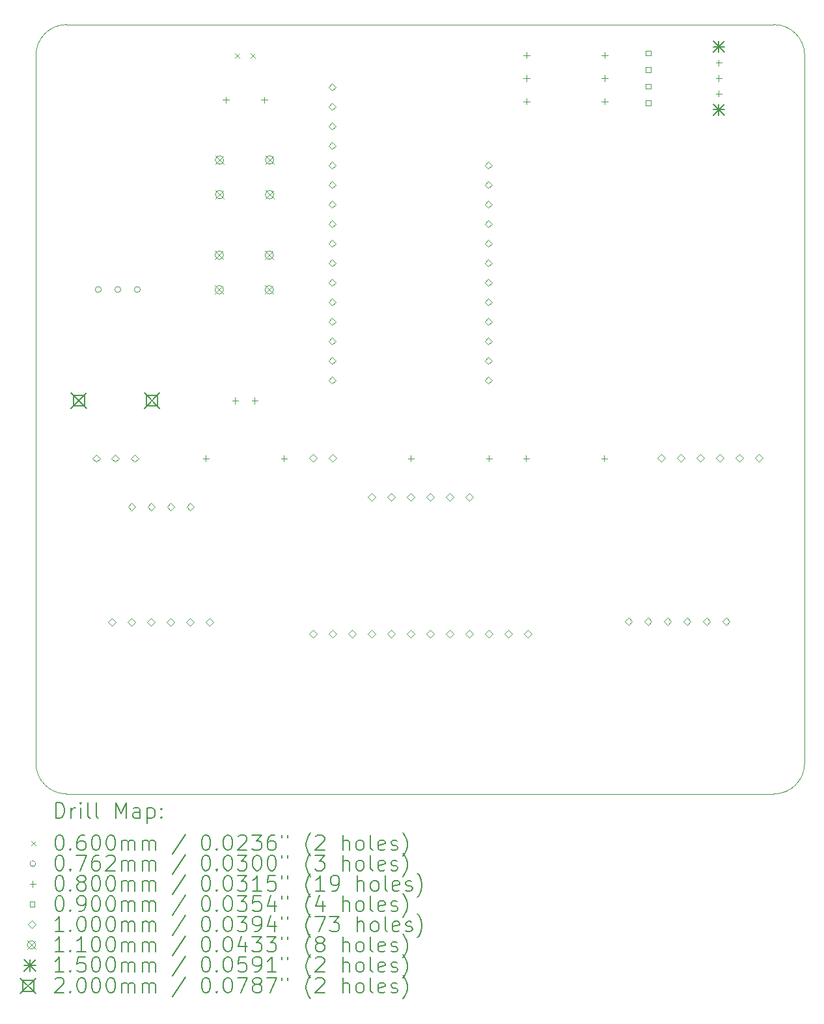
<source format=gbr>
%TF.GenerationSoftware,KiCad,Pcbnew,8.0.8*%
%TF.CreationDate,2025-02-17T18:47:35+01:00*%
%TF.ProjectId,tesi,74657369-2e6b-4696-9361-645f70636258,rev?*%
%TF.SameCoordinates,Original*%
%TF.FileFunction,Drillmap*%
%TF.FilePolarity,Positive*%
%FSLAX45Y45*%
G04 Gerber Fmt 4.5, Leading zero omitted, Abs format (unit mm)*
G04 Created by KiCad (PCBNEW 8.0.8) date 2025-02-17 18:47:35*
%MOMM*%
%LPD*%
G01*
G04 APERTURE LIST*
%ADD10C,0.038100*%
%ADD11C,0.200000*%
%ADD12C,0.100000*%
%ADD13C,0.110000*%
%ADD14C,0.150000*%
G04 APERTURE END LIST*
D10*
X5066134Y-12912393D02*
X5066134Y-3712393D01*
X5466134Y-3312393D02*
X14666133Y-3312393D01*
X14666133Y-3312393D02*
G75*
G02*
X15066137Y-3712393I-4J-400007D01*
G01*
X14666133Y-13312393D02*
X5466134Y-13312393D01*
X5066134Y-3712393D02*
G75*
G02*
X5466134Y-3312393I399997J3D01*
G01*
X15066133Y-3712393D02*
X15066133Y-12912393D01*
X15066133Y-12912393D02*
G75*
G02*
X14666133Y-13312393I-400014J13D01*
G01*
X5466134Y-13312393D02*
G75*
G02*
X5066137Y-12912393I-4J399993D01*
G01*
D11*
D12*
X7655188Y-3689893D02*
X7715188Y-3749893D01*
X7715188Y-3689893D02*
X7655188Y-3749893D01*
X7855188Y-3689893D02*
X7915188Y-3749893D01*
X7915188Y-3689893D02*
X7855188Y-3749893D01*
X5915100Y-6755931D02*
G75*
G02*
X5838900Y-6755931I-38100J0D01*
G01*
X5838900Y-6755931D02*
G75*
G02*
X5915100Y-6755931I38100J0D01*
G01*
X6169100Y-6755931D02*
G75*
G02*
X6092900Y-6755931I-38100J0D01*
G01*
X6092900Y-6755931D02*
G75*
G02*
X6169100Y-6755931I38100J0D01*
G01*
X6423100Y-6755931D02*
G75*
G02*
X6346900Y-6755931I-38100J0D01*
G01*
X6346900Y-6755931D02*
G75*
G02*
X6423100Y-6755931I38100J0D01*
G01*
X7277188Y-8910000D02*
X7277188Y-8990000D01*
X7237188Y-8950000D02*
X7317188Y-8950000D01*
X7535188Y-4251049D02*
X7535188Y-4331049D01*
X7495188Y-4291049D02*
X7575188Y-4291049D01*
X7658188Y-8160000D02*
X7658188Y-8240000D01*
X7618188Y-8200000D02*
X7698188Y-8200000D01*
X7912188Y-8160000D02*
X7912188Y-8240000D01*
X7872188Y-8200000D02*
X7952188Y-8200000D01*
X8035188Y-4251049D02*
X8035188Y-4331049D01*
X7995188Y-4291049D02*
X8075188Y-4291049D01*
X8293188Y-8910000D02*
X8293188Y-8990000D01*
X8253188Y-8950000D02*
X8333188Y-8950000D01*
X9944000Y-8910577D02*
X9944000Y-8990577D01*
X9904000Y-8950577D02*
X9984000Y-8950577D01*
X10960000Y-8910577D02*
X10960000Y-8990577D01*
X10920000Y-8950577D02*
X11000000Y-8950577D01*
X11444000Y-8910000D02*
X11444000Y-8990000D01*
X11404000Y-8950000D02*
X11484000Y-8950000D01*
X11446550Y-3670000D02*
X11446550Y-3750000D01*
X11406550Y-3710000D02*
X11486550Y-3710000D01*
X11446550Y-3970000D02*
X11446550Y-4050000D01*
X11406550Y-4010000D02*
X11486550Y-4010000D01*
X11446550Y-4270000D02*
X11446550Y-4350000D01*
X11406550Y-4310000D02*
X11486550Y-4310000D01*
X12460000Y-8910000D02*
X12460000Y-8990000D01*
X12420000Y-8950000D02*
X12500000Y-8950000D01*
X12462550Y-3670000D02*
X12462550Y-3750000D01*
X12422550Y-3710000D02*
X12502550Y-3710000D01*
X12462550Y-3970000D02*
X12462550Y-4050000D01*
X12422550Y-4010000D02*
X12502550Y-4010000D01*
X12462550Y-4270000D02*
X12462550Y-4350000D01*
X12422550Y-4310000D02*
X12502550Y-4310000D01*
X13950000Y-3769048D02*
X13950000Y-3849048D01*
X13910000Y-3809048D02*
X13990000Y-3809048D01*
X13950000Y-3969048D02*
X13950000Y-4049048D01*
X13910000Y-4009048D02*
X13990000Y-4009048D01*
X13950000Y-4169048D02*
X13950000Y-4249049D01*
X13910000Y-4209049D02*
X13990000Y-4209049D01*
X13061820Y-3716869D02*
X13061820Y-3653228D01*
X12998180Y-3653228D01*
X12998180Y-3716869D01*
X13061820Y-3716869D01*
X13061820Y-3932769D02*
X13061820Y-3869128D01*
X12998180Y-3869128D01*
X12998180Y-3932769D01*
X13061820Y-3932769D01*
X13061820Y-4148669D02*
X13061820Y-4085028D01*
X12998180Y-4085028D01*
X12998180Y-4148669D01*
X13061820Y-4148669D01*
X13061820Y-4364569D02*
X13061820Y-4300928D01*
X12998180Y-4300928D01*
X12998180Y-4364569D01*
X13061820Y-4364569D01*
X5850000Y-9000000D02*
X5900000Y-8950000D01*
X5850000Y-8900000D01*
X5800000Y-8950000D01*
X5850000Y-9000000D01*
X6056000Y-11130049D02*
X6106000Y-11080049D01*
X6056000Y-11030049D01*
X6006000Y-11080049D01*
X6056000Y-11130049D01*
X6100000Y-9000000D02*
X6150000Y-8950000D01*
X6100000Y-8900000D01*
X6050000Y-8950000D01*
X6100000Y-9000000D01*
X6310000Y-11130049D02*
X6360000Y-11080049D01*
X6310000Y-11030049D01*
X6260000Y-11080049D01*
X6310000Y-11130049D01*
X6313000Y-9630049D02*
X6363000Y-9580049D01*
X6313000Y-9530049D01*
X6263000Y-9580049D01*
X6313000Y-9630049D01*
X6350000Y-9000000D02*
X6400000Y-8950000D01*
X6350000Y-8900000D01*
X6300000Y-8950000D01*
X6350000Y-9000000D01*
X6564000Y-11130049D02*
X6614000Y-11080049D01*
X6564000Y-11030049D01*
X6514000Y-11080049D01*
X6564000Y-11130049D01*
X6567000Y-9630049D02*
X6617000Y-9580049D01*
X6567000Y-9530049D01*
X6517000Y-9580049D01*
X6567000Y-9630049D01*
X6818000Y-11130049D02*
X6868000Y-11080049D01*
X6818000Y-11030049D01*
X6768000Y-11080049D01*
X6818000Y-11130049D01*
X6821000Y-9630049D02*
X6871000Y-9580049D01*
X6821000Y-9530049D01*
X6771000Y-9580049D01*
X6821000Y-9630049D01*
X7072000Y-11130049D02*
X7122000Y-11080049D01*
X7072000Y-11030049D01*
X7022000Y-11080049D01*
X7072000Y-11130049D01*
X7075000Y-9630049D02*
X7125000Y-9580049D01*
X7075000Y-9530049D01*
X7025000Y-9580049D01*
X7075000Y-9630049D01*
X7326000Y-11130049D02*
X7376000Y-11080049D01*
X7326000Y-11030049D01*
X7276000Y-11080049D01*
X7326000Y-11130049D01*
X8671000Y-8997500D02*
X8721000Y-8947500D01*
X8671000Y-8897500D01*
X8621000Y-8947500D01*
X8671000Y-8997500D01*
X8672376Y-11280048D02*
X8722376Y-11230048D01*
X8672376Y-11180049D01*
X8622376Y-11230048D01*
X8672376Y-11280048D01*
X8920376Y-4174048D02*
X8970376Y-4124048D01*
X8920376Y-4074048D01*
X8870376Y-4124048D01*
X8920376Y-4174048D01*
X8920376Y-4428049D02*
X8970376Y-4378049D01*
X8920376Y-4328049D01*
X8870376Y-4378049D01*
X8920376Y-4428049D01*
X8920376Y-4682049D02*
X8970376Y-4632049D01*
X8920376Y-4582049D01*
X8870376Y-4632049D01*
X8920376Y-4682049D01*
X8920376Y-4936049D02*
X8970376Y-4886049D01*
X8920376Y-4836049D01*
X8870376Y-4886049D01*
X8920376Y-4936049D01*
X8920376Y-5190049D02*
X8970376Y-5140049D01*
X8920376Y-5090049D01*
X8870376Y-5140049D01*
X8920376Y-5190049D01*
X8920376Y-5444049D02*
X8970376Y-5394049D01*
X8920376Y-5344049D01*
X8870376Y-5394049D01*
X8920376Y-5444049D01*
X8920376Y-5698048D02*
X8970376Y-5648048D01*
X8920376Y-5598048D01*
X8870376Y-5648048D01*
X8920376Y-5698048D01*
X8920376Y-5952048D02*
X8970376Y-5902048D01*
X8920376Y-5852048D01*
X8870376Y-5902048D01*
X8920376Y-5952048D01*
X8920376Y-6206048D02*
X8970376Y-6156048D01*
X8920376Y-6106048D01*
X8870376Y-6156048D01*
X8920376Y-6206048D01*
X8920376Y-6460048D02*
X8970376Y-6410048D01*
X8920376Y-6360048D01*
X8870376Y-6410048D01*
X8920376Y-6460048D01*
X8920376Y-6714048D02*
X8970376Y-6664048D01*
X8920376Y-6614048D01*
X8870376Y-6664048D01*
X8920376Y-6714048D01*
X8920376Y-6968048D02*
X8970376Y-6918048D01*
X8920376Y-6868048D01*
X8870376Y-6918048D01*
X8920376Y-6968048D01*
X8920376Y-7222048D02*
X8970376Y-7172048D01*
X8920376Y-7122048D01*
X8870376Y-7172048D01*
X8920376Y-7222048D01*
X8920376Y-7476048D02*
X8970376Y-7426048D01*
X8920376Y-7376048D01*
X8870376Y-7426048D01*
X8920376Y-7476048D01*
X8920376Y-7730048D02*
X8970376Y-7680048D01*
X8920376Y-7630048D01*
X8870376Y-7680048D01*
X8920376Y-7730048D01*
X8920376Y-7984048D02*
X8970376Y-7934048D01*
X8920376Y-7884048D01*
X8870376Y-7934048D01*
X8920376Y-7984048D01*
X8925000Y-8997500D02*
X8975000Y-8947500D01*
X8925000Y-8897500D01*
X8875000Y-8947500D01*
X8925000Y-8997500D01*
X8926376Y-11280048D02*
X8976376Y-11230048D01*
X8926376Y-11180049D01*
X8876376Y-11230048D01*
X8926376Y-11280048D01*
X9180376Y-11280048D02*
X9230376Y-11230048D01*
X9180376Y-11180049D01*
X9130376Y-11230048D01*
X9180376Y-11280048D01*
X9434376Y-11280048D02*
X9484376Y-11230048D01*
X9434376Y-11180049D01*
X9384376Y-11230048D01*
X9434376Y-11280048D01*
X9436376Y-9505049D02*
X9486376Y-9455049D01*
X9436376Y-9405049D01*
X9386376Y-9455049D01*
X9436376Y-9505049D01*
X9688376Y-11280048D02*
X9738376Y-11230048D01*
X9688376Y-11180049D01*
X9638376Y-11230048D01*
X9688376Y-11280048D01*
X9690376Y-9505049D02*
X9740376Y-9455049D01*
X9690376Y-9405049D01*
X9640376Y-9455049D01*
X9690376Y-9505049D01*
X9942376Y-11280048D02*
X9992376Y-11230048D01*
X9942376Y-11180049D01*
X9892376Y-11230048D01*
X9942376Y-11280048D01*
X9944376Y-9505049D02*
X9994376Y-9455049D01*
X9944376Y-9405049D01*
X9894376Y-9455049D01*
X9944376Y-9505049D01*
X10196376Y-11280048D02*
X10246376Y-11230048D01*
X10196376Y-11180049D01*
X10146376Y-11230048D01*
X10196376Y-11280048D01*
X10198376Y-9505049D02*
X10248376Y-9455049D01*
X10198376Y-9405049D01*
X10148376Y-9455049D01*
X10198376Y-9505049D01*
X10450376Y-11280048D02*
X10500376Y-11230048D01*
X10450376Y-11180049D01*
X10400376Y-11230048D01*
X10450376Y-11280048D01*
X10452376Y-9505049D02*
X10502376Y-9455049D01*
X10452376Y-9405049D01*
X10402376Y-9455049D01*
X10452376Y-9505049D01*
X10704376Y-11280048D02*
X10754376Y-11230048D01*
X10704376Y-11180049D01*
X10654376Y-11230048D01*
X10704376Y-11280048D01*
X10706376Y-9505049D02*
X10756376Y-9455049D01*
X10706376Y-9405049D01*
X10656376Y-9455049D01*
X10706376Y-9505049D01*
X10952376Y-5190049D02*
X11002376Y-5140049D01*
X10952376Y-5090049D01*
X10902376Y-5140049D01*
X10952376Y-5190049D01*
X10952376Y-5444049D02*
X11002376Y-5394049D01*
X10952376Y-5344049D01*
X10902376Y-5394049D01*
X10952376Y-5444049D01*
X10952376Y-5698048D02*
X11002376Y-5648048D01*
X10952376Y-5598048D01*
X10902376Y-5648048D01*
X10952376Y-5698048D01*
X10952376Y-5952048D02*
X11002376Y-5902048D01*
X10952376Y-5852048D01*
X10902376Y-5902048D01*
X10952376Y-5952048D01*
X10952376Y-6206048D02*
X11002376Y-6156048D01*
X10952376Y-6106048D01*
X10902376Y-6156048D01*
X10952376Y-6206048D01*
X10952376Y-6460048D02*
X11002376Y-6410048D01*
X10952376Y-6360048D01*
X10902376Y-6410048D01*
X10952376Y-6460048D01*
X10952376Y-6714048D02*
X11002376Y-6664048D01*
X10952376Y-6614048D01*
X10902376Y-6664048D01*
X10952376Y-6714048D01*
X10952376Y-6968048D02*
X11002376Y-6918048D01*
X10952376Y-6868048D01*
X10902376Y-6918048D01*
X10952376Y-6968048D01*
X10952376Y-7222048D02*
X11002376Y-7172048D01*
X10952376Y-7122048D01*
X10902376Y-7172048D01*
X10952376Y-7222048D01*
X10952376Y-7476048D02*
X11002376Y-7426048D01*
X10952376Y-7376048D01*
X10902376Y-7426048D01*
X10952376Y-7476048D01*
X10952376Y-7730048D02*
X11002376Y-7680048D01*
X10952376Y-7630048D01*
X10902376Y-7680048D01*
X10952376Y-7730048D01*
X10952376Y-7984048D02*
X11002376Y-7934048D01*
X10952376Y-7884048D01*
X10902376Y-7934048D01*
X10952376Y-7984048D01*
X10958376Y-11280048D02*
X11008376Y-11230048D01*
X10958376Y-11180049D01*
X10908376Y-11230048D01*
X10958376Y-11280048D01*
X11212376Y-11280048D02*
X11262376Y-11230048D01*
X11212376Y-11180049D01*
X11162376Y-11230048D01*
X11212376Y-11280048D01*
X11466376Y-11280048D02*
X11516376Y-11230048D01*
X11466376Y-11180049D01*
X11416376Y-11230048D01*
X11466376Y-11280048D01*
X12774000Y-11122770D02*
X12824000Y-11072770D01*
X12774000Y-11022770D01*
X12724000Y-11072770D01*
X12774000Y-11122770D01*
X13028000Y-11122770D02*
X13078000Y-11072770D01*
X13028000Y-11022770D01*
X12978000Y-11072770D01*
X13028000Y-11122770D01*
X13200000Y-8997500D02*
X13250000Y-8947500D01*
X13200000Y-8897500D01*
X13150000Y-8947500D01*
X13200000Y-8997500D01*
X13282000Y-11122770D02*
X13332000Y-11072770D01*
X13282000Y-11022770D01*
X13232000Y-11072770D01*
X13282000Y-11122770D01*
X13454000Y-8997500D02*
X13504000Y-8947500D01*
X13454000Y-8897500D01*
X13404000Y-8947500D01*
X13454000Y-8997500D01*
X13536000Y-11122770D02*
X13586000Y-11072770D01*
X13536000Y-11022770D01*
X13486000Y-11072770D01*
X13536000Y-11122770D01*
X13708000Y-8997500D02*
X13758000Y-8947500D01*
X13708000Y-8897500D01*
X13658000Y-8947500D01*
X13708000Y-8997500D01*
X13790000Y-11122770D02*
X13840000Y-11072770D01*
X13790000Y-11022770D01*
X13740000Y-11072770D01*
X13790000Y-11122770D01*
X13962000Y-8997500D02*
X14012000Y-8947500D01*
X13962000Y-8897500D01*
X13912000Y-8947500D01*
X13962000Y-8997500D01*
X14044000Y-11122770D02*
X14094000Y-11072770D01*
X14044000Y-11022770D01*
X13994000Y-11072770D01*
X14044000Y-11122770D01*
X14216000Y-8997500D02*
X14266000Y-8947500D01*
X14216000Y-8897500D01*
X14166000Y-8947500D01*
X14216000Y-8997500D01*
X14470000Y-8997500D02*
X14520000Y-8947500D01*
X14470000Y-8897500D01*
X14420000Y-8947500D01*
X14470000Y-8997500D01*
D13*
X7396951Y-6255000D02*
X7506951Y-6365000D01*
X7506951Y-6255000D02*
X7396951Y-6365000D01*
X7506951Y-6310000D02*
G75*
G02*
X7396951Y-6310000I-55000J0D01*
G01*
X7396951Y-6310000D02*
G75*
G02*
X7506951Y-6310000I55000J0D01*
G01*
X7396951Y-6705000D02*
X7506951Y-6815000D01*
X7506951Y-6705000D02*
X7396951Y-6815000D01*
X7506951Y-6760000D02*
G75*
G02*
X7396951Y-6760000I-55000J0D01*
G01*
X7396951Y-6760000D02*
G75*
G02*
X7506951Y-6760000I55000J0D01*
G01*
X7400554Y-5018074D02*
X7510554Y-5128074D01*
X7510554Y-5018074D02*
X7400554Y-5128074D01*
X7510554Y-5073074D02*
G75*
G02*
X7400554Y-5073074I-55000J0D01*
G01*
X7400554Y-5073074D02*
G75*
G02*
X7510554Y-5073074I55000J0D01*
G01*
X7400554Y-5468074D02*
X7510554Y-5578074D01*
X7510554Y-5468074D02*
X7400554Y-5578074D01*
X7510554Y-5523074D02*
G75*
G02*
X7400554Y-5523074I-55000J0D01*
G01*
X7400554Y-5523074D02*
G75*
G02*
X7510554Y-5523074I55000J0D01*
G01*
X8046951Y-6255000D02*
X8156951Y-6365000D01*
X8156951Y-6255000D02*
X8046951Y-6365000D01*
X8156951Y-6310000D02*
G75*
G02*
X8046951Y-6310000I-55000J0D01*
G01*
X8046951Y-6310000D02*
G75*
G02*
X8156951Y-6310000I55000J0D01*
G01*
X8046951Y-6705000D02*
X8156951Y-6815000D01*
X8156951Y-6705000D02*
X8046951Y-6815000D01*
X8156951Y-6760000D02*
G75*
G02*
X8046951Y-6760000I-55000J0D01*
G01*
X8046951Y-6760000D02*
G75*
G02*
X8156951Y-6760000I55000J0D01*
G01*
X8050554Y-5018074D02*
X8160554Y-5128074D01*
X8160554Y-5018074D02*
X8050554Y-5128074D01*
X8160554Y-5073074D02*
G75*
G02*
X8050554Y-5073074I-55000J0D01*
G01*
X8050554Y-5073074D02*
G75*
G02*
X8160554Y-5073074I55000J0D01*
G01*
X8050554Y-5468074D02*
X8160554Y-5578074D01*
X8160554Y-5468074D02*
X8050554Y-5578074D01*
X8160554Y-5523074D02*
G75*
G02*
X8050554Y-5523074I-55000J0D01*
G01*
X8050554Y-5523074D02*
G75*
G02*
X8160554Y-5523074I55000J0D01*
G01*
D14*
X13875000Y-3524048D02*
X14025000Y-3674048D01*
X14025000Y-3524048D02*
X13875000Y-3674048D01*
X13950000Y-3524048D02*
X13950000Y-3674048D01*
X13875000Y-3599048D02*
X14025000Y-3599048D01*
X13875000Y-4344049D02*
X14025000Y-4494049D01*
X14025000Y-4344049D02*
X13875000Y-4494049D01*
X13950000Y-4344049D02*
X13950000Y-4494049D01*
X13875000Y-4419049D02*
X14025000Y-4419049D01*
D11*
X5525000Y-8100000D02*
X5725000Y-8300000D01*
X5725000Y-8100000D02*
X5525000Y-8300000D01*
X5695711Y-8270711D02*
X5695711Y-8129289D01*
X5554289Y-8129289D01*
X5554289Y-8270711D01*
X5695711Y-8270711D01*
X6475000Y-8100000D02*
X6675000Y-8300000D01*
X6675000Y-8100000D02*
X6475000Y-8300000D01*
X6645711Y-8270711D02*
X6645711Y-8129289D01*
X6504289Y-8129289D01*
X6504289Y-8270711D01*
X6645711Y-8270711D01*
X5325005Y-13625782D02*
X5325005Y-13425782D01*
X5325005Y-13425782D02*
X5372624Y-13425782D01*
X5372624Y-13425782D02*
X5401196Y-13435306D01*
X5401196Y-13435306D02*
X5420243Y-13454353D01*
X5420243Y-13454353D02*
X5429767Y-13473401D01*
X5429767Y-13473401D02*
X5439291Y-13511496D01*
X5439291Y-13511496D02*
X5439291Y-13540068D01*
X5439291Y-13540068D02*
X5429767Y-13578163D01*
X5429767Y-13578163D02*
X5420243Y-13597210D01*
X5420243Y-13597210D02*
X5401196Y-13616258D01*
X5401196Y-13616258D02*
X5372624Y-13625782D01*
X5372624Y-13625782D02*
X5325005Y-13625782D01*
X5525005Y-13625782D02*
X5525005Y-13492449D01*
X5525005Y-13530544D02*
X5534529Y-13511496D01*
X5534529Y-13511496D02*
X5544053Y-13501972D01*
X5544053Y-13501972D02*
X5563101Y-13492449D01*
X5563101Y-13492449D02*
X5582148Y-13492449D01*
X5648815Y-13625782D02*
X5648815Y-13492449D01*
X5648815Y-13425782D02*
X5639291Y-13435306D01*
X5639291Y-13435306D02*
X5648815Y-13444830D01*
X5648815Y-13444830D02*
X5658339Y-13435306D01*
X5658339Y-13435306D02*
X5648815Y-13425782D01*
X5648815Y-13425782D02*
X5648815Y-13444830D01*
X5772624Y-13625782D02*
X5753577Y-13616258D01*
X5753577Y-13616258D02*
X5744053Y-13597210D01*
X5744053Y-13597210D02*
X5744053Y-13425782D01*
X5877386Y-13625782D02*
X5858339Y-13616258D01*
X5858339Y-13616258D02*
X5848815Y-13597210D01*
X5848815Y-13597210D02*
X5848815Y-13425782D01*
X6105958Y-13625782D02*
X6105958Y-13425782D01*
X6105958Y-13425782D02*
X6172624Y-13568639D01*
X6172624Y-13568639D02*
X6239291Y-13425782D01*
X6239291Y-13425782D02*
X6239291Y-13625782D01*
X6420243Y-13625782D02*
X6420243Y-13521020D01*
X6420243Y-13521020D02*
X6410720Y-13501972D01*
X6410720Y-13501972D02*
X6391672Y-13492449D01*
X6391672Y-13492449D02*
X6353577Y-13492449D01*
X6353577Y-13492449D02*
X6334529Y-13501972D01*
X6420243Y-13616258D02*
X6401196Y-13625782D01*
X6401196Y-13625782D02*
X6353577Y-13625782D01*
X6353577Y-13625782D02*
X6334529Y-13616258D01*
X6334529Y-13616258D02*
X6325005Y-13597210D01*
X6325005Y-13597210D02*
X6325005Y-13578163D01*
X6325005Y-13578163D02*
X6334529Y-13559115D01*
X6334529Y-13559115D02*
X6353577Y-13549591D01*
X6353577Y-13549591D02*
X6401196Y-13549591D01*
X6401196Y-13549591D02*
X6420243Y-13540068D01*
X6515481Y-13492449D02*
X6515481Y-13692449D01*
X6515481Y-13501972D02*
X6534529Y-13492449D01*
X6534529Y-13492449D02*
X6572624Y-13492449D01*
X6572624Y-13492449D02*
X6591672Y-13501972D01*
X6591672Y-13501972D02*
X6601196Y-13511496D01*
X6601196Y-13511496D02*
X6610720Y-13530544D01*
X6610720Y-13530544D02*
X6610720Y-13587687D01*
X6610720Y-13587687D02*
X6601196Y-13606734D01*
X6601196Y-13606734D02*
X6591672Y-13616258D01*
X6591672Y-13616258D02*
X6572624Y-13625782D01*
X6572624Y-13625782D02*
X6534529Y-13625782D01*
X6534529Y-13625782D02*
X6515481Y-13616258D01*
X6696434Y-13606734D02*
X6705958Y-13616258D01*
X6705958Y-13616258D02*
X6696434Y-13625782D01*
X6696434Y-13625782D02*
X6686910Y-13616258D01*
X6686910Y-13616258D02*
X6696434Y-13606734D01*
X6696434Y-13606734D02*
X6696434Y-13625782D01*
X6696434Y-13501972D02*
X6705958Y-13511496D01*
X6705958Y-13511496D02*
X6696434Y-13521020D01*
X6696434Y-13521020D02*
X6686910Y-13511496D01*
X6686910Y-13511496D02*
X6696434Y-13501972D01*
X6696434Y-13501972D02*
X6696434Y-13521020D01*
D12*
X5004229Y-13924298D02*
X5064229Y-13984298D01*
X5064229Y-13924298D02*
X5004229Y-13984298D01*
D11*
X5363101Y-13845782D02*
X5382148Y-13845782D01*
X5382148Y-13845782D02*
X5401196Y-13855306D01*
X5401196Y-13855306D02*
X5410720Y-13864830D01*
X5410720Y-13864830D02*
X5420243Y-13883877D01*
X5420243Y-13883877D02*
X5429767Y-13921972D01*
X5429767Y-13921972D02*
X5429767Y-13969591D01*
X5429767Y-13969591D02*
X5420243Y-14007687D01*
X5420243Y-14007687D02*
X5410720Y-14026734D01*
X5410720Y-14026734D02*
X5401196Y-14036258D01*
X5401196Y-14036258D02*
X5382148Y-14045782D01*
X5382148Y-14045782D02*
X5363101Y-14045782D01*
X5363101Y-14045782D02*
X5344053Y-14036258D01*
X5344053Y-14036258D02*
X5334529Y-14026734D01*
X5334529Y-14026734D02*
X5325005Y-14007687D01*
X5325005Y-14007687D02*
X5315482Y-13969591D01*
X5315482Y-13969591D02*
X5315482Y-13921972D01*
X5315482Y-13921972D02*
X5325005Y-13883877D01*
X5325005Y-13883877D02*
X5334529Y-13864830D01*
X5334529Y-13864830D02*
X5344053Y-13855306D01*
X5344053Y-13855306D02*
X5363101Y-13845782D01*
X5515482Y-14026734D02*
X5525005Y-14036258D01*
X5525005Y-14036258D02*
X5515482Y-14045782D01*
X5515482Y-14045782D02*
X5505958Y-14036258D01*
X5505958Y-14036258D02*
X5515482Y-14026734D01*
X5515482Y-14026734D02*
X5515482Y-14045782D01*
X5696434Y-13845782D02*
X5658339Y-13845782D01*
X5658339Y-13845782D02*
X5639291Y-13855306D01*
X5639291Y-13855306D02*
X5629767Y-13864830D01*
X5629767Y-13864830D02*
X5610720Y-13893401D01*
X5610720Y-13893401D02*
X5601196Y-13931496D01*
X5601196Y-13931496D02*
X5601196Y-14007687D01*
X5601196Y-14007687D02*
X5610720Y-14026734D01*
X5610720Y-14026734D02*
X5620243Y-14036258D01*
X5620243Y-14036258D02*
X5639291Y-14045782D01*
X5639291Y-14045782D02*
X5677386Y-14045782D01*
X5677386Y-14045782D02*
X5696434Y-14036258D01*
X5696434Y-14036258D02*
X5705958Y-14026734D01*
X5705958Y-14026734D02*
X5715481Y-14007687D01*
X5715481Y-14007687D02*
X5715481Y-13960068D01*
X5715481Y-13960068D02*
X5705958Y-13941020D01*
X5705958Y-13941020D02*
X5696434Y-13931496D01*
X5696434Y-13931496D02*
X5677386Y-13921972D01*
X5677386Y-13921972D02*
X5639291Y-13921972D01*
X5639291Y-13921972D02*
X5620243Y-13931496D01*
X5620243Y-13931496D02*
X5610720Y-13941020D01*
X5610720Y-13941020D02*
X5601196Y-13960068D01*
X5839291Y-13845782D02*
X5858339Y-13845782D01*
X5858339Y-13845782D02*
X5877386Y-13855306D01*
X5877386Y-13855306D02*
X5886910Y-13864830D01*
X5886910Y-13864830D02*
X5896434Y-13883877D01*
X5896434Y-13883877D02*
X5905958Y-13921972D01*
X5905958Y-13921972D02*
X5905958Y-13969591D01*
X5905958Y-13969591D02*
X5896434Y-14007687D01*
X5896434Y-14007687D02*
X5886910Y-14026734D01*
X5886910Y-14026734D02*
X5877386Y-14036258D01*
X5877386Y-14036258D02*
X5858339Y-14045782D01*
X5858339Y-14045782D02*
X5839291Y-14045782D01*
X5839291Y-14045782D02*
X5820243Y-14036258D01*
X5820243Y-14036258D02*
X5810720Y-14026734D01*
X5810720Y-14026734D02*
X5801196Y-14007687D01*
X5801196Y-14007687D02*
X5791672Y-13969591D01*
X5791672Y-13969591D02*
X5791672Y-13921972D01*
X5791672Y-13921972D02*
X5801196Y-13883877D01*
X5801196Y-13883877D02*
X5810720Y-13864830D01*
X5810720Y-13864830D02*
X5820243Y-13855306D01*
X5820243Y-13855306D02*
X5839291Y-13845782D01*
X6029767Y-13845782D02*
X6048815Y-13845782D01*
X6048815Y-13845782D02*
X6067862Y-13855306D01*
X6067862Y-13855306D02*
X6077386Y-13864830D01*
X6077386Y-13864830D02*
X6086910Y-13883877D01*
X6086910Y-13883877D02*
X6096434Y-13921972D01*
X6096434Y-13921972D02*
X6096434Y-13969591D01*
X6096434Y-13969591D02*
X6086910Y-14007687D01*
X6086910Y-14007687D02*
X6077386Y-14026734D01*
X6077386Y-14026734D02*
X6067862Y-14036258D01*
X6067862Y-14036258D02*
X6048815Y-14045782D01*
X6048815Y-14045782D02*
X6029767Y-14045782D01*
X6029767Y-14045782D02*
X6010720Y-14036258D01*
X6010720Y-14036258D02*
X6001196Y-14026734D01*
X6001196Y-14026734D02*
X5991672Y-14007687D01*
X5991672Y-14007687D02*
X5982148Y-13969591D01*
X5982148Y-13969591D02*
X5982148Y-13921972D01*
X5982148Y-13921972D02*
X5991672Y-13883877D01*
X5991672Y-13883877D02*
X6001196Y-13864830D01*
X6001196Y-13864830D02*
X6010720Y-13855306D01*
X6010720Y-13855306D02*
X6029767Y-13845782D01*
X6182148Y-14045782D02*
X6182148Y-13912449D01*
X6182148Y-13931496D02*
X6191672Y-13921972D01*
X6191672Y-13921972D02*
X6210720Y-13912449D01*
X6210720Y-13912449D02*
X6239291Y-13912449D01*
X6239291Y-13912449D02*
X6258339Y-13921972D01*
X6258339Y-13921972D02*
X6267862Y-13941020D01*
X6267862Y-13941020D02*
X6267862Y-14045782D01*
X6267862Y-13941020D02*
X6277386Y-13921972D01*
X6277386Y-13921972D02*
X6296434Y-13912449D01*
X6296434Y-13912449D02*
X6325005Y-13912449D01*
X6325005Y-13912449D02*
X6344053Y-13921972D01*
X6344053Y-13921972D02*
X6353577Y-13941020D01*
X6353577Y-13941020D02*
X6353577Y-14045782D01*
X6448815Y-14045782D02*
X6448815Y-13912449D01*
X6448815Y-13931496D02*
X6458339Y-13921972D01*
X6458339Y-13921972D02*
X6477386Y-13912449D01*
X6477386Y-13912449D02*
X6505958Y-13912449D01*
X6505958Y-13912449D02*
X6525005Y-13921972D01*
X6525005Y-13921972D02*
X6534529Y-13941020D01*
X6534529Y-13941020D02*
X6534529Y-14045782D01*
X6534529Y-13941020D02*
X6544053Y-13921972D01*
X6544053Y-13921972D02*
X6563101Y-13912449D01*
X6563101Y-13912449D02*
X6591672Y-13912449D01*
X6591672Y-13912449D02*
X6610720Y-13921972D01*
X6610720Y-13921972D02*
X6620243Y-13941020D01*
X6620243Y-13941020D02*
X6620243Y-14045782D01*
X7010720Y-13836258D02*
X6839291Y-14093401D01*
X7267863Y-13845782D02*
X7286910Y-13845782D01*
X7286910Y-13845782D02*
X7305958Y-13855306D01*
X7305958Y-13855306D02*
X7315482Y-13864830D01*
X7315482Y-13864830D02*
X7325005Y-13883877D01*
X7325005Y-13883877D02*
X7334529Y-13921972D01*
X7334529Y-13921972D02*
X7334529Y-13969591D01*
X7334529Y-13969591D02*
X7325005Y-14007687D01*
X7325005Y-14007687D02*
X7315482Y-14026734D01*
X7315482Y-14026734D02*
X7305958Y-14036258D01*
X7305958Y-14036258D02*
X7286910Y-14045782D01*
X7286910Y-14045782D02*
X7267863Y-14045782D01*
X7267863Y-14045782D02*
X7248815Y-14036258D01*
X7248815Y-14036258D02*
X7239291Y-14026734D01*
X7239291Y-14026734D02*
X7229767Y-14007687D01*
X7229767Y-14007687D02*
X7220244Y-13969591D01*
X7220244Y-13969591D02*
X7220244Y-13921972D01*
X7220244Y-13921972D02*
X7229767Y-13883877D01*
X7229767Y-13883877D02*
X7239291Y-13864830D01*
X7239291Y-13864830D02*
X7248815Y-13855306D01*
X7248815Y-13855306D02*
X7267863Y-13845782D01*
X7420244Y-14026734D02*
X7429767Y-14036258D01*
X7429767Y-14036258D02*
X7420244Y-14045782D01*
X7420244Y-14045782D02*
X7410720Y-14036258D01*
X7410720Y-14036258D02*
X7420244Y-14026734D01*
X7420244Y-14026734D02*
X7420244Y-14045782D01*
X7553577Y-13845782D02*
X7572625Y-13845782D01*
X7572625Y-13845782D02*
X7591672Y-13855306D01*
X7591672Y-13855306D02*
X7601196Y-13864830D01*
X7601196Y-13864830D02*
X7610720Y-13883877D01*
X7610720Y-13883877D02*
X7620244Y-13921972D01*
X7620244Y-13921972D02*
X7620244Y-13969591D01*
X7620244Y-13969591D02*
X7610720Y-14007687D01*
X7610720Y-14007687D02*
X7601196Y-14026734D01*
X7601196Y-14026734D02*
X7591672Y-14036258D01*
X7591672Y-14036258D02*
X7572625Y-14045782D01*
X7572625Y-14045782D02*
X7553577Y-14045782D01*
X7553577Y-14045782D02*
X7534529Y-14036258D01*
X7534529Y-14036258D02*
X7525005Y-14026734D01*
X7525005Y-14026734D02*
X7515482Y-14007687D01*
X7515482Y-14007687D02*
X7505958Y-13969591D01*
X7505958Y-13969591D02*
X7505958Y-13921972D01*
X7505958Y-13921972D02*
X7515482Y-13883877D01*
X7515482Y-13883877D02*
X7525005Y-13864830D01*
X7525005Y-13864830D02*
X7534529Y-13855306D01*
X7534529Y-13855306D02*
X7553577Y-13845782D01*
X7696434Y-13864830D02*
X7705958Y-13855306D01*
X7705958Y-13855306D02*
X7725005Y-13845782D01*
X7725005Y-13845782D02*
X7772625Y-13845782D01*
X7772625Y-13845782D02*
X7791672Y-13855306D01*
X7791672Y-13855306D02*
X7801196Y-13864830D01*
X7801196Y-13864830D02*
X7810720Y-13883877D01*
X7810720Y-13883877D02*
X7810720Y-13902925D01*
X7810720Y-13902925D02*
X7801196Y-13931496D01*
X7801196Y-13931496D02*
X7686910Y-14045782D01*
X7686910Y-14045782D02*
X7810720Y-14045782D01*
X7877386Y-13845782D02*
X8001196Y-13845782D01*
X8001196Y-13845782D02*
X7934529Y-13921972D01*
X7934529Y-13921972D02*
X7963101Y-13921972D01*
X7963101Y-13921972D02*
X7982148Y-13931496D01*
X7982148Y-13931496D02*
X7991672Y-13941020D01*
X7991672Y-13941020D02*
X8001196Y-13960068D01*
X8001196Y-13960068D02*
X8001196Y-14007687D01*
X8001196Y-14007687D02*
X7991672Y-14026734D01*
X7991672Y-14026734D02*
X7982148Y-14036258D01*
X7982148Y-14036258D02*
X7963101Y-14045782D01*
X7963101Y-14045782D02*
X7905958Y-14045782D01*
X7905958Y-14045782D02*
X7886910Y-14036258D01*
X7886910Y-14036258D02*
X7877386Y-14026734D01*
X8172625Y-13845782D02*
X8134529Y-13845782D01*
X8134529Y-13845782D02*
X8115482Y-13855306D01*
X8115482Y-13855306D02*
X8105958Y-13864830D01*
X8105958Y-13864830D02*
X8086910Y-13893401D01*
X8086910Y-13893401D02*
X8077386Y-13931496D01*
X8077386Y-13931496D02*
X8077386Y-14007687D01*
X8077386Y-14007687D02*
X8086910Y-14026734D01*
X8086910Y-14026734D02*
X8096434Y-14036258D01*
X8096434Y-14036258D02*
X8115482Y-14045782D01*
X8115482Y-14045782D02*
X8153577Y-14045782D01*
X8153577Y-14045782D02*
X8172625Y-14036258D01*
X8172625Y-14036258D02*
X8182148Y-14026734D01*
X8182148Y-14026734D02*
X8191672Y-14007687D01*
X8191672Y-14007687D02*
X8191672Y-13960068D01*
X8191672Y-13960068D02*
X8182148Y-13941020D01*
X8182148Y-13941020D02*
X8172625Y-13931496D01*
X8172625Y-13931496D02*
X8153577Y-13921972D01*
X8153577Y-13921972D02*
X8115482Y-13921972D01*
X8115482Y-13921972D02*
X8096434Y-13931496D01*
X8096434Y-13931496D02*
X8086910Y-13941020D01*
X8086910Y-13941020D02*
X8077386Y-13960068D01*
X8267863Y-13845782D02*
X8267863Y-13883877D01*
X8344053Y-13845782D02*
X8344053Y-13883877D01*
X8639291Y-14121972D02*
X8629768Y-14112449D01*
X8629768Y-14112449D02*
X8610720Y-14083877D01*
X8610720Y-14083877D02*
X8601196Y-14064830D01*
X8601196Y-14064830D02*
X8591672Y-14036258D01*
X8591672Y-14036258D02*
X8582149Y-13988639D01*
X8582149Y-13988639D02*
X8582149Y-13950544D01*
X8582149Y-13950544D02*
X8591672Y-13902925D01*
X8591672Y-13902925D02*
X8601196Y-13874353D01*
X8601196Y-13874353D02*
X8610720Y-13855306D01*
X8610720Y-13855306D02*
X8629768Y-13826734D01*
X8629768Y-13826734D02*
X8639291Y-13817210D01*
X8705958Y-13864830D02*
X8715482Y-13855306D01*
X8715482Y-13855306D02*
X8734529Y-13845782D01*
X8734529Y-13845782D02*
X8782149Y-13845782D01*
X8782149Y-13845782D02*
X8801196Y-13855306D01*
X8801196Y-13855306D02*
X8810720Y-13864830D01*
X8810720Y-13864830D02*
X8820244Y-13883877D01*
X8820244Y-13883877D02*
X8820244Y-13902925D01*
X8820244Y-13902925D02*
X8810720Y-13931496D01*
X8810720Y-13931496D02*
X8696434Y-14045782D01*
X8696434Y-14045782D02*
X8820244Y-14045782D01*
X9058339Y-14045782D02*
X9058339Y-13845782D01*
X9144053Y-14045782D02*
X9144053Y-13941020D01*
X9144053Y-13941020D02*
X9134530Y-13921972D01*
X9134530Y-13921972D02*
X9115482Y-13912449D01*
X9115482Y-13912449D02*
X9086910Y-13912449D01*
X9086910Y-13912449D02*
X9067863Y-13921972D01*
X9067863Y-13921972D02*
X9058339Y-13931496D01*
X9267863Y-14045782D02*
X9248815Y-14036258D01*
X9248815Y-14036258D02*
X9239291Y-14026734D01*
X9239291Y-14026734D02*
X9229768Y-14007687D01*
X9229768Y-14007687D02*
X9229768Y-13950544D01*
X9229768Y-13950544D02*
X9239291Y-13931496D01*
X9239291Y-13931496D02*
X9248815Y-13921972D01*
X9248815Y-13921972D02*
X9267863Y-13912449D01*
X9267863Y-13912449D02*
X9296434Y-13912449D01*
X9296434Y-13912449D02*
X9315482Y-13921972D01*
X9315482Y-13921972D02*
X9325006Y-13931496D01*
X9325006Y-13931496D02*
X9334530Y-13950544D01*
X9334530Y-13950544D02*
X9334530Y-14007687D01*
X9334530Y-14007687D02*
X9325006Y-14026734D01*
X9325006Y-14026734D02*
X9315482Y-14036258D01*
X9315482Y-14036258D02*
X9296434Y-14045782D01*
X9296434Y-14045782D02*
X9267863Y-14045782D01*
X9448815Y-14045782D02*
X9429768Y-14036258D01*
X9429768Y-14036258D02*
X9420244Y-14017210D01*
X9420244Y-14017210D02*
X9420244Y-13845782D01*
X9601196Y-14036258D02*
X9582149Y-14045782D01*
X9582149Y-14045782D02*
X9544053Y-14045782D01*
X9544053Y-14045782D02*
X9525006Y-14036258D01*
X9525006Y-14036258D02*
X9515482Y-14017210D01*
X9515482Y-14017210D02*
X9515482Y-13941020D01*
X9515482Y-13941020D02*
X9525006Y-13921972D01*
X9525006Y-13921972D02*
X9544053Y-13912449D01*
X9544053Y-13912449D02*
X9582149Y-13912449D01*
X9582149Y-13912449D02*
X9601196Y-13921972D01*
X9601196Y-13921972D02*
X9610720Y-13941020D01*
X9610720Y-13941020D02*
X9610720Y-13960068D01*
X9610720Y-13960068D02*
X9515482Y-13979115D01*
X9686911Y-14036258D02*
X9705958Y-14045782D01*
X9705958Y-14045782D02*
X9744053Y-14045782D01*
X9744053Y-14045782D02*
X9763101Y-14036258D01*
X9763101Y-14036258D02*
X9772625Y-14017210D01*
X9772625Y-14017210D02*
X9772625Y-14007687D01*
X9772625Y-14007687D02*
X9763101Y-13988639D01*
X9763101Y-13988639D02*
X9744053Y-13979115D01*
X9744053Y-13979115D02*
X9715482Y-13979115D01*
X9715482Y-13979115D02*
X9696434Y-13969591D01*
X9696434Y-13969591D02*
X9686911Y-13950544D01*
X9686911Y-13950544D02*
X9686911Y-13941020D01*
X9686911Y-13941020D02*
X9696434Y-13921972D01*
X9696434Y-13921972D02*
X9715482Y-13912449D01*
X9715482Y-13912449D02*
X9744053Y-13912449D01*
X9744053Y-13912449D02*
X9763101Y-13921972D01*
X9839292Y-14121972D02*
X9848815Y-14112449D01*
X9848815Y-14112449D02*
X9867863Y-14083877D01*
X9867863Y-14083877D02*
X9877387Y-14064830D01*
X9877387Y-14064830D02*
X9886911Y-14036258D01*
X9886911Y-14036258D02*
X9896434Y-13988639D01*
X9896434Y-13988639D02*
X9896434Y-13950544D01*
X9896434Y-13950544D02*
X9886911Y-13902925D01*
X9886911Y-13902925D02*
X9877387Y-13874353D01*
X9877387Y-13874353D02*
X9867863Y-13855306D01*
X9867863Y-13855306D02*
X9848815Y-13826734D01*
X9848815Y-13826734D02*
X9839292Y-13817210D01*
D12*
X5064229Y-14218298D02*
G75*
G02*
X4988029Y-14218298I-38100J0D01*
G01*
X4988029Y-14218298D02*
G75*
G02*
X5064229Y-14218298I38100J0D01*
G01*
D11*
X5363101Y-14109782D02*
X5382148Y-14109782D01*
X5382148Y-14109782D02*
X5401196Y-14119306D01*
X5401196Y-14119306D02*
X5410720Y-14128830D01*
X5410720Y-14128830D02*
X5420243Y-14147877D01*
X5420243Y-14147877D02*
X5429767Y-14185972D01*
X5429767Y-14185972D02*
X5429767Y-14233591D01*
X5429767Y-14233591D02*
X5420243Y-14271687D01*
X5420243Y-14271687D02*
X5410720Y-14290734D01*
X5410720Y-14290734D02*
X5401196Y-14300258D01*
X5401196Y-14300258D02*
X5382148Y-14309782D01*
X5382148Y-14309782D02*
X5363101Y-14309782D01*
X5363101Y-14309782D02*
X5344053Y-14300258D01*
X5344053Y-14300258D02*
X5334529Y-14290734D01*
X5334529Y-14290734D02*
X5325005Y-14271687D01*
X5325005Y-14271687D02*
X5315482Y-14233591D01*
X5315482Y-14233591D02*
X5315482Y-14185972D01*
X5315482Y-14185972D02*
X5325005Y-14147877D01*
X5325005Y-14147877D02*
X5334529Y-14128830D01*
X5334529Y-14128830D02*
X5344053Y-14119306D01*
X5344053Y-14119306D02*
X5363101Y-14109782D01*
X5515482Y-14290734D02*
X5525005Y-14300258D01*
X5525005Y-14300258D02*
X5515482Y-14309782D01*
X5515482Y-14309782D02*
X5505958Y-14300258D01*
X5505958Y-14300258D02*
X5515482Y-14290734D01*
X5515482Y-14290734D02*
X5515482Y-14309782D01*
X5591672Y-14109782D02*
X5725005Y-14109782D01*
X5725005Y-14109782D02*
X5639291Y-14309782D01*
X5886910Y-14109782D02*
X5848815Y-14109782D01*
X5848815Y-14109782D02*
X5829767Y-14119306D01*
X5829767Y-14119306D02*
X5820243Y-14128830D01*
X5820243Y-14128830D02*
X5801196Y-14157401D01*
X5801196Y-14157401D02*
X5791672Y-14195496D01*
X5791672Y-14195496D02*
X5791672Y-14271687D01*
X5791672Y-14271687D02*
X5801196Y-14290734D01*
X5801196Y-14290734D02*
X5810720Y-14300258D01*
X5810720Y-14300258D02*
X5829767Y-14309782D01*
X5829767Y-14309782D02*
X5867862Y-14309782D01*
X5867862Y-14309782D02*
X5886910Y-14300258D01*
X5886910Y-14300258D02*
X5896434Y-14290734D01*
X5896434Y-14290734D02*
X5905958Y-14271687D01*
X5905958Y-14271687D02*
X5905958Y-14224068D01*
X5905958Y-14224068D02*
X5896434Y-14205020D01*
X5896434Y-14205020D02*
X5886910Y-14195496D01*
X5886910Y-14195496D02*
X5867862Y-14185972D01*
X5867862Y-14185972D02*
X5829767Y-14185972D01*
X5829767Y-14185972D02*
X5810720Y-14195496D01*
X5810720Y-14195496D02*
X5801196Y-14205020D01*
X5801196Y-14205020D02*
X5791672Y-14224068D01*
X5982148Y-14128830D02*
X5991672Y-14119306D01*
X5991672Y-14119306D02*
X6010720Y-14109782D01*
X6010720Y-14109782D02*
X6058339Y-14109782D01*
X6058339Y-14109782D02*
X6077386Y-14119306D01*
X6077386Y-14119306D02*
X6086910Y-14128830D01*
X6086910Y-14128830D02*
X6096434Y-14147877D01*
X6096434Y-14147877D02*
X6096434Y-14166925D01*
X6096434Y-14166925D02*
X6086910Y-14195496D01*
X6086910Y-14195496D02*
X5972624Y-14309782D01*
X5972624Y-14309782D02*
X6096434Y-14309782D01*
X6182148Y-14309782D02*
X6182148Y-14176449D01*
X6182148Y-14195496D02*
X6191672Y-14185972D01*
X6191672Y-14185972D02*
X6210720Y-14176449D01*
X6210720Y-14176449D02*
X6239291Y-14176449D01*
X6239291Y-14176449D02*
X6258339Y-14185972D01*
X6258339Y-14185972D02*
X6267862Y-14205020D01*
X6267862Y-14205020D02*
X6267862Y-14309782D01*
X6267862Y-14205020D02*
X6277386Y-14185972D01*
X6277386Y-14185972D02*
X6296434Y-14176449D01*
X6296434Y-14176449D02*
X6325005Y-14176449D01*
X6325005Y-14176449D02*
X6344053Y-14185972D01*
X6344053Y-14185972D02*
X6353577Y-14205020D01*
X6353577Y-14205020D02*
X6353577Y-14309782D01*
X6448815Y-14309782D02*
X6448815Y-14176449D01*
X6448815Y-14195496D02*
X6458339Y-14185972D01*
X6458339Y-14185972D02*
X6477386Y-14176449D01*
X6477386Y-14176449D02*
X6505958Y-14176449D01*
X6505958Y-14176449D02*
X6525005Y-14185972D01*
X6525005Y-14185972D02*
X6534529Y-14205020D01*
X6534529Y-14205020D02*
X6534529Y-14309782D01*
X6534529Y-14205020D02*
X6544053Y-14185972D01*
X6544053Y-14185972D02*
X6563101Y-14176449D01*
X6563101Y-14176449D02*
X6591672Y-14176449D01*
X6591672Y-14176449D02*
X6610720Y-14185972D01*
X6610720Y-14185972D02*
X6620243Y-14205020D01*
X6620243Y-14205020D02*
X6620243Y-14309782D01*
X7010720Y-14100258D02*
X6839291Y-14357401D01*
X7267863Y-14109782D02*
X7286910Y-14109782D01*
X7286910Y-14109782D02*
X7305958Y-14119306D01*
X7305958Y-14119306D02*
X7315482Y-14128830D01*
X7315482Y-14128830D02*
X7325005Y-14147877D01*
X7325005Y-14147877D02*
X7334529Y-14185972D01*
X7334529Y-14185972D02*
X7334529Y-14233591D01*
X7334529Y-14233591D02*
X7325005Y-14271687D01*
X7325005Y-14271687D02*
X7315482Y-14290734D01*
X7315482Y-14290734D02*
X7305958Y-14300258D01*
X7305958Y-14300258D02*
X7286910Y-14309782D01*
X7286910Y-14309782D02*
X7267863Y-14309782D01*
X7267863Y-14309782D02*
X7248815Y-14300258D01*
X7248815Y-14300258D02*
X7239291Y-14290734D01*
X7239291Y-14290734D02*
X7229767Y-14271687D01*
X7229767Y-14271687D02*
X7220244Y-14233591D01*
X7220244Y-14233591D02*
X7220244Y-14185972D01*
X7220244Y-14185972D02*
X7229767Y-14147877D01*
X7229767Y-14147877D02*
X7239291Y-14128830D01*
X7239291Y-14128830D02*
X7248815Y-14119306D01*
X7248815Y-14119306D02*
X7267863Y-14109782D01*
X7420244Y-14290734D02*
X7429767Y-14300258D01*
X7429767Y-14300258D02*
X7420244Y-14309782D01*
X7420244Y-14309782D02*
X7410720Y-14300258D01*
X7410720Y-14300258D02*
X7420244Y-14290734D01*
X7420244Y-14290734D02*
X7420244Y-14309782D01*
X7553577Y-14109782D02*
X7572625Y-14109782D01*
X7572625Y-14109782D02*
X7591672Y-14119306D01*
X7591672Y-14119306D02*
X7601196Y-14128830D01*
X7601196Y-14128830D02*
X7610720Y-14147877D01*
X7610720Y-14147877D02*
X7620244Y-14185972D01*
X7620244Y-14185972D02*
X7620244Y-14233591D01*
X7620244Y-14233591D02*
X7610720Y-14271687D01*
X7610720Y-14271687D02*
X7601196Y-14290734D01*
X7601196Y-14290734D02*
X7591672Y-14300258D01*
X7591672Y-14300258D02*
X7572625Y-14309782D01*
X7572625Y-14309782D02*
X7553577Y-14309782D01*
X7553577Y-14309782D02*
X7534529Y-14300258D01*
X7534529Y-14300258D02*
X7525005Y-14290734D01*
X7525005Y-14290734D02*
X7515482Y-14271687D01*
X7515482Y-14271687D02*
X7505958Y-14233591D01*
X7505958Y-14233591D02*
X7505958Y-14185972D01*
X7505958Y-14185972D02*
X7515482Y-14147877D01*
X7515482Y-14147877D02*
X7525005Y-14128830D01*
X7525005Y-14128830D02*
X7534529Y-14119306D01*
X7534529Y-14119306D02*
X7553577Y-14109782D01*
X7686910Y-14109782D02*
X7810720Y-14109782D01*
X7810720Y-14109782D02*
X7744053Y-14185972D01*
X7744053Y-14185972D02*
X7772625Y-14185972D01*
X7772625Y-14185972D02*
X7791672Y-14195496D01*
X7791672Y-14195496D02*
X7801196Y-14205020D01*
X7801196Y-14205020D02*
X7810720Y-14224068D01*
X7810720Y-14224068D02*
X7810720Y-14271687D01*
X7810720Y-14271687D02*
X7801196Y-14290734D01*
X7801196Y-14290734D02*
X7791672Y-14300258D01*
X7791672Y-14300258D02*
X7772625Y-14309782D01*
X7772625Y-14309782D02*
X7715482Y-14309782D01*
X7715482Y-14309782D02*
X7696434Y-14300258D01*
X7696434Y-14300258D02*
X7686910Y-14290734D01*
X7934529Y-14109782D02*
X7953577Y-14109782D01*
X7953577Y-14109782D02*
X7972625Y-14119306D01*
X7972625Y-14119306D02*
X7982148Y-14128830D01*
X7982148Y-14128830D02*
X7991672Y-14147877D01*
X7991672Y-14147877D02*
X8001196Y-14185972D01*
X8001196Y-14185972D02*
X8001196Y-14233591D01*
X8001196Y-14233591D02*
X7991672Y-14271687D01*
X7991672Y-14271687D02*
X7982148Y-14290734D01*
X7982148Y-14290734D02*
X7972625Y-14300258D01*
X7972625Y-14300258D02*
X7953577Y-14309782D01*
X7953577Y-14309782D02*
X7934529Y-14309782D01*
X7934529Y-14309782D02*
X7915482Y-14300258D01*
X7915482Y-14300258D02*
X7905958Y-14290734D01*
X7905958Y-14290734D02*
X7896434Y-14271687D01*
X7896434Y-14271687D02*
X7886910Y-14233591D01*
X7886910Y-14233591D02*
X7886910Y-14185972D01*
X7886910Y-14185972D02*
X7896434Y-14147877D01*
X7896434Y-14147877D02*
X7905958Y-14128830D01*
X7905958Y-14128830D02*
X7915482Y-14119306D01*
X7915482Y-14119306D02*
X7934529Y-14109782D01*
X8125005Y-14109782D02*
X8144053Y-14109782D01*
X8144053Y-14109782D02*
X8163101Y-14119306D01*
X8163101Y-14119306D02*
X8172625Y-14128830D01*
X8172625Y-14128830D02*
X8182148Y-14147877D01*
X8182148Y-14147877D02*
X8191672Y-14185972D01*
X8191672Y-14185972D02*
X8191672Y-14233591D01*
X8191672Y-14233591D02*
X8182148Y-14271687D01*
X8182148Y-14271687D02*
X8172625Y-14290734D01*
X8172625Y-14290734D02*
X8163101Y-14300258D01*
X8163101Y-14300258D02*
X8144053Y-14309782D01*
X8144053Y-14309782D02*
X8125005Y-14309782D01*
X8125005Y-14309782D02*
X8105958Y-14300258D01*
X8105958Y-14300258D02*
X8096434Y-14290734D01*
X8096434Y-14290734D02*
X8086910Y-14271687D01*
X8086910Y-14271687D02*
X8077386Y-14233591D01*
X8077386Y-14233591D02*
X8077386Y-14185972D01*
X8077386Y-14185972D02*
X8086910Y-14147877D01*
X8086910Y-14147877D02*
X8096434Y-14128830D01*
X8096434Y-14128830D02*
X8105958Y-14119306D01*
X8105958Y-14119306D02*
X8125005Y-14109782D01*
X8267863Y-14109782D02*
X8267863Y-14147877D01*
X8344053Y-14109782D02*
X8344053Y-14147877D01*
X8639291Y-14385972D02*
X8629768Y-14376449D01*
X8629768Y-14376449D02*
X8610720Y-14347877D01*
X8610720Y-14347877D02*
X8601196Y-14328830D01*
X8601196Y-14328830D02*
X8591672Y-14300258D01*
X8591672Y-14300258D02*
X8582149Y-14252639D01*
X8582149Y-14252639D02*
X8582149Y-14214544D01*
X8582149Y-14214544D02*
X8591672Y-14166925D01*
X8591672Y-14166925D02*
X8601196Y-14138353D01*
X8601196Y-14138353D02*
X8610720Y-14119306D01*
X8610720Y-14119306D02*
X8629768Y-14090734D01*
X8629768Y-14090734D02*
X8639291Y-14081210D01*
X8696434Y-14109782D02*
X8820244Y-14109782D01*
X8820244Y-14109782D02*
X8753577Y-14185972D01*
X8753577Y-14185972D02*
X8782149Y-14185972D01*
X8782149Y-14185972D02*
X8801196Y-14195496D01*
X8801196Y-14195496D02*
X8810720Y-14205020D01*
X8810720Y-14205020D02*
X8820244Y-14224068D01*
X8820244Y-14224068D02*
X8820244Y-14271687D01*
X8820244Y-14271687D02*
X8810720Y-14290734D01*
X8810720Y-14290734D02*
X8801196Y-14300258D01*
X8801196Y-14300258D02*
X8782149Y-14309782D01*
X8782149Y-14309782D02*
X8725006Y-14309782D01*
X8725006Y-14309782D02*
X8705958Y-14300258D01*
X8705958Y-14300258D02*
X8696434Y-14290734D01*
X9058339Y-14309782D02*
X9058339Y-14109782D01*
X9144053Y-14309782D02*
X9144053Y-14205020D01*
X9144053Y-14205020D02*
X9134530Y-14185972D01*
X9134530Y-14185972D02*
X9115482Y-14176449D01*
X9115482Y-14176449D02*
X9086910Y-14176449D01*
X9086910Y-14176449D02*
X9067863Y-14185972D01*
X9067863Y-14185972D02*
X9058339Y-14195496D01*
X9267863Y-14309782D02*
X9248815Y-14300258D01*
X9248815Y-14300258D02*
X9239291Y-14290734D01*
X9239291Y-14290734D02*
X9229768Y-14271687D01*
X9229768Y-14271687D02*
X9229768Y-14214544D01*
X9229768Y-14214544D02*
X9239291Y-14195496D01*
X9239291Y-14195496D02*
X9248815Y-14185972D01*
X9248815Y-14185972D02*
X9267863Y-14176449D01*
X9267863Y-14176449D02*
X9296434Y-14176449D01*
X9296434Y-14176449D02*
X9315482Y-14185972D01*
X9315482Y-14185972D02*
X9325006Y-14195496D01*
X9325006Y-14195496D02*
X9334530Y-14214544D01*
X9334530Y-14214544D02*
X9334530Y-14271687D01*
X9334530Y-14271687D02*
X9325006Y-14290734D01*
X9325006Y-14290734D02*
X9315482Y-14300258D01*
X9315482Y-14300258D02*
X9296434Y-14309782D01*
X9296434Y-14309782D02*
X9267863Y-14309782D01*
X9448815Y-14309782D02*
X9429768Y-14300258D01*
X9429768Y-14300258D02*
X9420244Y-14281210D01*
X9420244Y-14281210D02*
X9420244Y-14109782D01*
X9601196Y-14300258D02*
X9582149Y-14309782D01*
X9582149Y-14309782D02*
X9544053Y-14309782D01*
X9544053Y-14309782D02*
X9525006Y-14300258D01*
X9525006Y-14300258D02*
X9515482Y-14281210D01*
X9515482Y-14281210D02*
X9515482Y-14205020D01*
X9515482Y-14205020D02*
X9525006Y-14185972D01*
X9525006Y-14185972D02*
X9544053Y-14176449D01*
X9544053Y-14176449D02*
X9582149Y-14176449D01*
X9582149Y-14176449D02*
X9601196Y-14185972D01*
X9601196Y-14185972D02*
X9610720Y-14205020D01*
X9610720Y-14205020D02*
X9610720Y-14224068D01*
X9610720Y-14224068D02*
X9515482Y-14243115D01*
X9686911Y-14300258D02*
X9705958Y-14309782D01*
X9705958Y-14309782D02*
X9744053Y-14309782D01*
X9744053Y-14309782D02*
X9763101Y-14300258D01*
X9763101Y-14300258D02*
X9772625Y-14281210D01*
X9772625Y-14281210D02*
X9772625Y-14271687D01*
X9772625Y-14271687D02*
X9763101Y-14252639D01*
X9763101Y-14252639D02*
X9744053Y-14243115D01*
X9744053Y-14243115D02*
X9715482Y-14243115D01*
X9715482Y-14243115D02*
X9696434Y-14233591D01*
X9696434Y-14233591D02*
X9686911Y-14214544D01*
X9686911Y-14214544D02*
X9686911Y-14205020D01*
X9686911Y-14205020D02*
X9696434Y-14185972D01*
X9696434Y-14185972D02*
X9715482Y-14176449D01*
X9715482Y-14176449D02*
X9744053Y-14176449D01*
X9744053Y-14176449D02*
X9763101Y-14185972D01*
X9839292Y-14385972D02*
X9848815Y-14376449D01*
X9848815Y-14376449D02*
X9867863Y-14347877D01*
X9867863Y-14347877D02*
X9877387Y-14328830D01*
X9877387Y-14328830D02*
X9886911Y-14300258D01*
X9886911Y-14300258D02*
X9896434Y-14252639D01*
X9896434Y-14252639D02*
X9896434Y-14214544D01*
X9896434Y-14214544D02*
X9886911Y-14166925D01*
X9886911Y-14166925D02*
X9877387Y-14138353D01*
X9877387Y-14138353D02*
X9867863Y-14119306D01*
X9867863Y-14119306D02*
X9848815Y-14090734D01*
X9848815Y-14090734D02*
X9839292Y-14081210D01*
D12*
X5024229Y-14442298D02*
X5024229Y-14522298D01*
X4984229Y-14482298D02*
X5064229Y-14482298D01*
D11*
X5363101Y-14373782D02*
X5382148Y-14373782D01*
X5382148Y-14373782D02*
X5401196Y-14383306D01*
X5401196Y-14383306D02*
X5410720Y-14392830D01*
X5410720Y-14392830D02*
X5420243Y-14411877D01*
X5420243Y-14411877D02*
X5429767Y-14449972D01*
X5429767Y-14449972D02*
X5429767Y-14497591D01*
X5429767Y-14497591D02*
X5420243Y-14535687D01*
X5420243Y-14535687D02*
X5410720Y-14554734D01*
X5410720Y-14554734D02*
X5401196Y-14564258D01*
X5401196Y-14564258D02*
X5382148Y-14573782D01*
X5382148Y-14573782D02*
X5363101Y-14573782D01*
X5363101Y-14573782D02*
X5344053Y-14564258D01*
X5344053Y-14564258D02*
X5334529Y-14554734D01*
X5334529Y-14554734D02*
X5325005Y-14535687D01*
X5325005Y-14535687D02*
X5315482Y-14497591D01*
X5315482Y-14497591D02*
X5315482Y-14449972D01*
X5315482Y-14449972D02*
X5325005Y-14411877D01*
X5325005Y-14411877D02*
X5334529Y-14392830D01*
X5334529Y-14392830D02*
X5344053Y-14383306D01*
X5344053Y-14383306D02*
X5363101Y-14373782D01*
X5515482Y-14554734D02*
X5525005Y-14564258D01*
X5525005Y-14564258D02*
X5515482Y-14573782D01*
X5515482Y-14573782D02*
X5505958Y-14564258D01*
X5505958Y-14564258D02*
X5515482Y-14554734D01*
X5515482Y-14554734D02*
X5515482Y-14573782D01*
X5639291Y-14459496D02*
X5620243Y-14449972D01*
X5620243Y-14449972D02*
X5610720Y-14440449D01*
X5610720Y-14440449D02*
X5601196Y-14421401D01*
X5601196Y-14421401D02*
X5601196Y-14411877D01*
X5601196Y-14411877D02*
X5610720Y-14392830D01*
X5610720Y-14392830D02*
X5620243Y-14383306D01*
X5620243Y-14383306D02*
X5639291Y-14373782D01*
X5639291Y-14373782D02*
X5677386Y-14373782D01*
X5677386Y-14373782D02*
X5696434Y-14383306D01*
X5696434Y-14383306D02*
X5705958Y-14392830D01*
X5705958Y-14392830D02*
X5715481Y-14411877D01*
X5715481Y-14411877D02*
X5715481Y-14421401D01*
X5715481Y-14421401D02*
X5705958Y-14440449D01*
X5705958Y-14440449D02*
X5696434Y-14449972D01*
X5696434Y-14449972D02*
X5677386Y-14459496D01*
X5677386Y-14459496D02*
X5639291Y-14459496D01*
X5639291Y-14459496D02*
X5620243Y-14469020D01*
X5620243Y-14469020D02*
X5610720Y-14478544D01*
X5610720Y-14478544D02*
X5601196Y-14497591D01*
X5601196Y-14497591D02*
X5601196Y-14535687D01*
X5601196Y-14535687D02*
X5610720Y-14554734D01*
X5610720Y-14554734D02*
X5620243Y-14564258D01*
X5620243Y-14564258D02*
X5639291Y-14573782D01*
X5639291Y-14573782D02*
X5677386Y-14573782D01*
X5677386Y-14573782D02*
X5696434Y-14564258D01*
X5696434Y-14564258D02*
X5705958Y-14554734D01*
X5705958Y-14554734D02*
X5715481Y-14535687D01*
X5715481Y-14535687D02*
X5715481Y-14497591D01*
X5715481Y-14497591D02*
X5705958Y-14478544D01*
X5705958Y-14478544D02*
X5696434Y-14469020D01*
X5696434Y-14469020D02*
X5677386Y-14459496D01*
X5839291Y-14373782D02*
X5858339Y-14373782D01*
X5858339Y-14373782D02*
X5877386Y-14383306D01*
X5877386Y-14383306D02*
X5886910Y-14392830D01*
X5886910Y-14392830D02*
X5896434Y-14411877D01*
X5896434Y-14411877D02*
X5905958Y-14449972D01*
X5905958Y-14449972D02*
X5905958Y-14497591D01*
X5905958Y-14497591D02*
X5896434Y-14535687D01*
X5896434Y-14535687D02*
X5886910Y-14554734D01*
X5886910Y-14554734D02*
X5877386Y-14564258D01*
X5877386Y-14564258D02*
X5858339Y-14573782D01*
X5858339Y-14573782D02*
X5839291Y-14573782D01*
X5839291Y-14573782D02*
X5820243Y-14564258D01*
X5820243Y-14564258D02*
X5810720Y-14554734D01*
X5810720Y-14554734D02*
X5801196Y-14535687D01*
X5801196Y-14535687D02*
X5791672Y-14497591D01*
X5791672Y-14497591D02*
X5791672Y-14449972D01*
X5791672Y-14449972D02*
X5801196Y-14411877D01*
X5801196Y-14411877D02*
X5810720Y-14392830D01*
X5810720Y-14392830D02*
X5820243Y-14383306D01*
X5820243Y-14383306D02*
X5839291Y-14373782D01*
X6029767Y-14373782D02*
X6048815Y-14373782D01*
X6048815Y-14373782D02*
X6067862Y-14383306D01*
X6067862Y-14383306D02*
X6077386Y-14392830D01*
X6077386Y-14392830D02*
X6086910Y-14411877D01*
X6086910Y-14411877D02*
X6096434Y-14449972D01*
X6096434Y-14449972D02*
X6096434Y-14497591D01*
X6096434Y-14497591D02*
X6086910Y-14535687D01*
X6086910Y-14535687D02*
X6077386Y-14554734D01*
X6077386Y-14554734D02*
X6067862Y-14564258D01*
X6067862Y-14564258D02*
X6048815Y-14573782D01*
X6048815Y-14573782D02*
X6029767Y-14573782D01*
X6029767Y-14573782D02*
X6010720Y-14564258D01*
X6010720Y-14564258D02*
X6001196Y-14554734D01*
X6001196Y-14554734D02*
X5991672Y-14535687D01*
X5991672Y-14535687D02*
X5982148Y-14497591D01*
X5982148Y-14497591D02*
X5982148Y-14449972D01*
X5982148Y-14449972D02*
X5991672Y-14411877D01*
X5991672Y-14411877D02*
X6001196Y-14392830D01*
X6001196Y-14392830D02*
X6010720Y-14383306D01*
X6010720Y-14383306D02*
X6029767Y-14373782D01*
X6182148Y-14573782D02*
X6182148Y-14440449D01*
X6182148Y-14459496D02*
X6191672Y-14449972D01*
X6191672Y-14449972D02*
X6210720Y-14440449D01*
X6210720Y-14440449D02*
X6239291Y-14440449D01*
X6239291Y-14440449D02*
X6258339Y-14449972D01*
X6258339Y-14449972D02*
X6267862Y-14469020D01*
X6267862Y-14469020D02*
X6267862Y-14573782D01*
X6267862Y-14469020D02*
X6277386Y-14449972D01*
X6277386Y-14449972D02*
X6296434Y-14440449D01*
X6296434Y-14440449D02*
X6325005Y-14440449D01*
X6325005Y-14440449D02*
X6344053Y-14449972D01*
X6344053Y-14449972D02*
X6353577Y-14469020D01*
X6353577Y-14469020D02*
X6353577Y-14573782D01*
X6448815Y-14573782D02*
X6448815Y-14440449D01*
X6448815Y-14459496D02*
X6458339Y-14449972D01*
X6458339Y-14449972D02*
X6477386Y-14440449D01*
X6477386Y-14440449D02*
X6505958Y-14440449D01*
X6505958Y-14440449D02*
X6525005Y-14449972D01*
X6525005Y-14449972D02*
X6534529Y-14469020D01*
X6534529Y-14469020D02*
X6534529Y-14573782D01*
X6534529Y-14469020D02*
X6544053Y-14449972D01*
X6544053Y-14449972D02*
X6563101Y-14440449D01*
X6563101Y-14440449D02*
X6591672Y-14440449D01*
X6591672Y-14440449D02*
X6610720Y-14449972D01*
X6610720Y-14449972D02*
X6620243Y-14469020D01*
X6620243Y-14469020D02*
X6620243Y-14573782D01*
X7010720Y-14364258D02*
X6839291Y-14621401D01*
X7267863Y-14373782D02*
X7286910Y-14373782D01*
X7286910Y-14373782D02*
X7305958Y-14383306D01*
X7305958Y-14383306D02*
X7315482Y-14392830D01*
X7315482Y-14392830D02*
X7325005Y-14411877D01*
X7325005Y-14411877D02*
X7334529Y-14449972D01*
X7334529Y-14449972D02*
X7334529Y-14497591D01*
X7334529Y-14497591D02*
X7325005Y-14535687D01*
X7325005Y-14535687D02*
X7315482Y-14554734D01*
X7315482Y-14554734D02*
X7305958Y-14564258D01*
X7305958Y-14564258D02*
X7286910Y-14573782D01*
X7286910Y-14573782D02*
X7267863Y-14573782D01*
X7267863Y-14573782D02*
X7248815Y-14564258D01*
X7248815Y-14564258D02*
X7239291Y-14554734D01*
X7239291Y-14554734D02*
X7229767Y-14535687D01*
X7229767Y-14535687D02*
X7220244Y-14497591D01*
X7220244Y-14497591D02*
X7220244Y-14449972D01*
X7220244Y-14449972D02*
X7229767Y-14411877D01*
X7229767Y-14411877D02*
X7239291Y-14392830D01*
X7239291Y-14392830D02*
X7248815Y-14383306D01*
X7248815Y-14383306D02*
X7267863Y-14373782D01*
X7420244Y-14554734D02*
X7429767Y-14564258D01*
X7429767Y-14564258D02*
X7420244Y-14573782D01*
X7420244Y-14573782D02*
X7410720Y-14564258D01*
X7410720Y-14564258D02*
X7420244Y-14554734D01*
X7420244Y-14554734D02*
X7420244Y-14573782D01*
X7553577Y-14373782D02*
X7572625Y-14373782D01*
X7572625Y-14373782D02*
X7591672Y-14383306D01*
X7591672Y-14383306D02*
X7601196Y-14392830D01*
X7601196Y-14392830D02*
X7610720Y-14411877D01*
X7610720Y-14411877D02*
X7620244Y-14449972D01*
X7620244Y-14449972D02*
X7620244Y-14497591D01*
X7620244Y-14497591D02*
X7610720Y-14535687D01*
X7610720Y-14535687D02*
X7601196Y-14554734D01*
X7601196Y-14554734D02*
X7591672Y-14564258D01*
X7591672Y-14564258D02*
X7572625Y-14573782D01*
X7572625Y-14573782D02*
X7553577Y-14573782D01*
X7553577Y-14573782D02*
X7534529Y-14564258D01*
X7534529Y-14564258D02*
X7525005Y-14554734D01*
X7525005Y-14554734D02*
X7515482Y-14535687D01*
X7515482Y-14535687D02*
X7505958Y-14497591D01*
X7505958Y-14497591D02*
X7505958Y-14449972D01*
X7505958Y-14449972D02*
X7515482Y-14411877D01*
X7515482Y-14411877D02*
X7525005Y-14392830D01*
X7525005Y-14392830D02*
X7534529Y-14383306D01*
X7534529Y-14383306D02*
X7553577Y-14373782D01*
X7686910Y-14373782D02*
X7810720Y-14373782D01*
X7810720Y-14373782D02*
X7744053Y-14449972D01*
X7744053Y-14449972D02*
X7772625Y-14449972D01*
X7772625Y-14449972D02*
X7791672Y-14459496D01*
X7791672Y-14459496D02*
X7801196Y-14469020D01*
X7801196Y-14469020D02*
X7810720Y-14488068D01*
X7810720Y-14488068D02*
X7810720Y-14535687D01*
X7810720Y-14535687D02*
X7801196Y-14554734D01*
X7801196Y-14554734D02*
X7791672Y-14564258D01*
X7791672Y-14564258D02*
X7772625Y-14573782D01*
X7772625Y-14573782D02*
X7715482Y-14573782D01*
X7715482Y-14573782D02*
X7696434Y-14564258D01*
X7696434Y-14564258D02*
X7686910Y-14554734D01*
X8001196Y-14573782D02*
X7886910Y-14573782D01*
X7944053Y-14573782D02*
X7944053Y-14373782D01*
X7944053Y-14373782D02*
X7925005Y-14402353D01*
X7925005Y-14402353D02*
X7905958Y-14421401D01*
X7905958Y-14421401D02*
X7886910Y-14430925D01*
X8182148Y-14373782D02*
X8086910Y-14373782D01*
X8086910Y-14373782D02*
X8077386Y-14469020D01*
X8077386Y-14469020D02*
X8086910Y-14459496D01*
X8086910Y-14459496D02*
X8105958Y-14449972D01*
X8105958Y-14449972D02*
X8153577Y-14449972D01*
X8153577Y-14449972D02*
X8172625Y-14459496D01*
X8172625Y-14459496D02*
X8182148Y-14469020D01*
X8182148Y-14469020D02*
X8191672Y-14488068D01*
X8191672Y-14488068D02*
X8191672Y-14535687D01*
X8191672Y-14535687D02*
X8182148Y-14554734D01*
X8182148Y-14554734D02*
X8172625Y-14564258D01*
X8172625Y-14564258D02*
X8153577Y-14573782D01*
X8153577Y-14573782D02*
X8105958Y-14573782D01*
X8105958Y-14573782D02*
X8086910Y-14564258D01*
X8086910Y-14564258D02*
X8077386Y-14554734D01*
X8267863Y-14373782D02*
X8267863Y-14411877D01*
X8344053Y-14373782D02*
X8344053Y-14411877D01*
X8639291Y-14649972D02*
X8629768Y-14640449D01*
X8629768Y-14640449D02*
X8610720Y-14611877D01*
X8610720Y-14611877D02*
X8601196Y-14592830D01*
X8601196Y-14592830D02*
X8591672Y-14564258D01*
X8591672Y-14564258D02*
X8582149Y-14516639D01*
X8582149Y-14516639D02*
X8582149Y-14478544D01*
X8582149Y-14478544D02*
X8591672Y-14430925D01*
X8591672Y-14430925D02*
X8601196Y-14402353D01*
X8601196Y-14402353D02*
X8610720Y-14383306D01*
X8610720Y-14383306D02*
X8629768Y-14354734D01*
X8629768Y-14354734D02*
X8639291Y-14345210D01*
X8820244Y-14573782D02*
X8705958Y-14573782D01*
X8763101Y-14573782D02*
X8763101Y-14373782D01*
X8763101Y-14373782D02*
X8744053Y-14402353D01*
X8744053Y-14402353D02*
X8725006Y-14421401D01*
X8725006Y-14421401D02*
X8705958Y-14430925D01*
X8915482Y-14573782D02*
X8953577Y-14573782D01*
X8953577Y-14573782D02*
X8972625Y-14564258D01*
X8972625Y-14564258D02*
X8982149Y-14554734D01*
X8982149Y-14554734D02*
X9001196Y-14526163D01*
X9001196Y-14526163D02*
X9010720Y-14488068D01*
X9010720Y-14488068D02*
X9010720Y-14411877D01*
X9010720Y-14411877D02*
X9001196Y-14392830D01*
X9001196Y-14392830D02*
X8991672Y-14383306D01*
X8991672Y-14383306D02*
X8972625Y-14373782D01*
X8972625Y-14373782D02*
X8934529Y-14373782D01*
X8934529Y-14373782D02*
X8915482Y-14383306D01*
X8915482Y-14383306D02*
X8905958Y-14392830D01*
X8905958Y-14392830D02*
X8896434Y-14411877D01*
X8896434Y-14411877D02*
X8896434Y-14459496D01*
X8896434Y-14459496D02*
X8905958Y-14478544D01*
X8905958Y-14478544D02*
X8915482Y-14488068D01*
X8915482Y-14488068D02*
X8934529Y-14497591D01*
X8934529Y-14497591D02*
X8972625Y-14497591D01*
X8972625Y-14497591D02*
X8991672Y-14488068D01*
X8991672Y-14488068D02*
X9001196Y-14478544D01*
X9001196Y-14478544D02*
X9010720Y-14459496D01*
X9248815Y-14573782D02*
X9248815Y-14373782D01*
X9334530Y-14573782D02*
X9334530Y-14469020D01*
X9334530Y-14469020D02*
X9325006Y-14449972D01*
X9325006Y-14449972D02*
X9305958Y-14440449D01*
X9305958Y-14440449D02*
X9277387Y-14440449D01*
X9277387Y-14440449D02*
X9258339Y-14449972D01*
X9258339Y-14449972D02*
X9248815Y-14459496D01*
X9458339Y-14573782D02*
X9439291Y-14564258D01*
X9439291Y-14564258D02*
X9429768Y-14554734D01*
X9429768Y-14554734D02*
X9420244Y-14535687D01*
X9420244Y-14535687D02*
X9420244Y-14478544D01*
X9420244Y-14478544D02*
X9429768Y-14459496D01*
X9429768Y-14459496D02*
X9439291Y-14449972D01*
X9439291Y-14449972D02*
X9458339Y-14440449D01*
X9458339Y-14440449D02*
X9486911Y-14440449D01*
X9486911Y-14440449D02*
X9505958Y-14449972D01*
X9505958Y-14449972D02*
X9515482Y-14459496D01*
X9515482Y-14459496D02*
X9525006Y-14478544D01*
X9525006Y-14478544D02*
X9525006Y-14535687D01*
X9525006Y-14535687D02*
X9515482Y-14554734D01*
X9515482Y-14554734D02*
X9505958Y-14564258D01*
X9505958Y-14564258D02*
X9486911Y-14573782D01*
X9486911Y-14573782D02*
X9458339Y-14573782D01*
X9639291Y-14573782D02*
X9620244Y-14564258D01*
X9620244Y-14564258D02*
X9610720Y-14545210D01*
X9610720Y-14545210D02*
X9610720Y-14373782D01*
X9791672Y-14564258D02*
X9772625Y-14573782D01*
X9772625Y-14573782D02*
X9734530Y-14573782D01*
X9734530Y-14573782D02*
X9715482Y-14564258D01*
X9715482Y-14564258D02*
X9705958Y-14545210D01*
X9705958Y-14545210D02*
X9705958Y-14469020D01*
X9705958Y-14469020D02*
X9715482Y-14449972D01*
X9715482Y-14449972D02*
X9734530Y-14440449D01*
X9734530Y-14440449D02*
X9772625Y-14440449D01*
X9772625Y-14440449D02*
X9791672Y-14449972D01*
X9791672Y-14449972D02*
X9801196Y-14469020D01*
X9801196Y-14469020D02*
X9801196Y-14488068D01*
X9801196Y-14488068D02*
X9705958Y-14507115D01*
X9877387Y-14564258D02*
X9896434Y-14573782D01*
X9896434Y-14573782D02*
X9934530Y-14573782D01*
X9934530Y-14573782D02*
X9953577Y-14564258D01*
X9953577Y-14564258D02*
X9963101Y-14545210D01*
X9963101Y-14545210D02*
X9963101Y-14535687D01*
X9963101Y-14535687D02*
X9953577Y-14516639D01*
X9953577Y-14516639D02*
X9934530Y-14507115D01*
X9934530Y-14507115D02*
X9905958Y-14507115D01*
X9905958Y-14507115D02*
X9886911Y-14497591D01*
X9886911Y-14497591D02*
X9877387Y-14478544D01*
X9877387Y-14478544D02*
X9877387Y-14469020D01*
X9877387Y-14469020D02*
X9886911Y-14449972D01*
X9886911Y-14449972D02*
X9905958Y-14440449D01*
X9905958Y-14440449D02*
X9934530Y-14440449D01*
X9934530Y-14440449D02*
X9953577Y-14449972D01*
X10029768Y-14649972D02*
X10039292Y-14640449D01*
X10039292Y-14640449D02*
X10058339Y-14611877D01*
X10058339Y-14611877D02*
X10067863Y-14592830D01*
X10067863Y-14592830D02*
X10077387Y-14564258D01*
X10077387Y-14564258D02*
X10086911Y-14516639D01*
X10086911Y-14516639D02*
X10086911Y-14478544D01*
X10086911Y-14478544D02*
X10077387Y-14430925D01*
X10077387Y-14430925D02*
X10067863Y-14402353D01*
X10067863Y-14402353D02*
X10058339Y-14383306D01*
X10058339Y-14383306D02*
X10039292Y-14354734D01*
X10039292Y-14354734D02*
X10029768Y-14345210D01*
D12*
X5051049Y-14778118D02*
X5051049Y-14714478D01*
X4987408Y-14714478D01*
X4987408Y-14778118D01*
X5051049Y-14778118D01*
D11*
X5363101Y-14637782D02*
X5382148Y-14637782D01*
X5382148Y-14637782D02*
X5401196Y-14647306D01*
X5401196Y-14647306D02*
X5410720Y-14656830D01*
X5410720Y-14656830D02*
X5420243Y-14675877D01*
X5420243Y-14675877D02*
X5429767Y-14713972D01*
X5429767Y-14713972D02*
X5429767Y-14761591D01*
X5429767Y-14761591D02*
X5420243Y-14799687D01*
X5420243Y-14799687D02*
X5410720Y-14818734D01*
X5410720Y-14818734D02*
X5401196Y-14828258D01*
X5401196Y-14828258D02*
X5382148Y-14837782D01*
X5382148Y-14837782D02*
X5363101Y-14837782D01*
X5363101Y-14837782D02*
X5344053Y-14828258D01*
X5344053Y-14828258D02*
X5334529Y-14818734D01*
X5334529Y-14818734D02*
X5325005Y-14799687D01*
X5325005Y-14799687D02*
X5315482Y-14761591D01*
X5315482Y-14761591D02*
X5315482Y-14713972D01*
X5315482Y-14713972D02*
X5325005Y-14675877D01*
X5325005Y-14675877D02*
X5334529Y-14656830D01*
X5334529Y-14656830D02*
X5344053Y-14647306D01*
X5344053Y-14647306D02*
X5363101Y-14637782D01*
X5515482Y-14818734D02*
X5525005Y-14828258D01*
X5525005Y-14828258D02*
X5515482Y-14837782D01*
X5515482Y-14837782D02*
X5505958Y-14828258D01*
X5505958Y-14828258D02*
X5515482Y-14818734D01*
X5515482Y-14818734D02*
X5515482Y-14837782D01*
X5620243Y-14837782D02*
X5658339Y-14837782D01*
X5658339Y-14837782D02*
X5677386Y-14828258D01*
X5677386Y-14828258D02*
X5686910Y-14818734D01*
X5686910Y-14818734D02*
X5705958Y-14790163D01*
X5705958Y-14790163D02*
X5715481Y-14752068D01*
X5715481Y-14752068D02*
X5715481Y-14675877D01*
X5715481Y-14675877D02*
X5705958Y-14656830D01*
X5705958Y-14656830D02*
X5696434Y-14647306D01*
X5696434Y-14647306D02*
X5677386Y-14637782D01*
X5677386Y-14637782D02*
X5639291Y-14637782D01*
X5639291Y-14637782D02*
X5620243Y-14647306D01*
X5620243Y-14647306D02*
X5610720Y-14656830D01*
X5610720Y-14656830D02*
X5601196Y-14675877D01*
X5601196Y-14675877D02*
X5601196Y-14723496D01*
X5601196Y-14723496D02*
X5610720Y-14742544D01*
X5610720Y-14742544D02*
X5620243Y-14752068D01*
X5620243Y-14752068D02*
X5639291Y-14761591D01*
X5639291Y-14761591D02*
X5677386Y-14761591D01*
X5677386Y-14761591D02*
X5696434Y-14752068D01*
X5696434Y-14752068D02*
X5705958Y-14742544D01*
X5705958Y-14742544D02*
X5715481Y-14723496D01*
X5839291Y-14637782D02*
X5858339Y-14637782D01*
X5858339Y-14637782D02*
X5877386Y-14647306D01*
X5877386Y-14647306D02*
X5886910Y-14656830D01*
X5886910Y-14656830D02*
X5896434Y-14675877D01*
X5896434Y-14675877D02*
X5905958Y-14713972D01*
X5905958Y-14713972D02*
X5905958Y-14761591D01*
X5905958Y-14761591D02*
X5896434Y-14799687D01*
X5896434Y-14799687D02*
X5886910Y-14818734D01*
X5886910Y-14818734D02*
X5877386Y-14828258D01*
X5877386Y-14828258D02*
X5858339Y-14837782D01*
X5858339Y-14837782D02*
X5839291Y-14837782D01*
X5839291Y-14837782D02*
X5820243Y-14828258D01*
X5820243Y-14828258D02*
X5810720Y-14818734D01*
X5810720Y-14818734D02*
X5801196Y-14799687D01*
X5801196Y-14799687D02*
X5791672Y-14761591D01*
X5791672Y-14761591D02*
X5791672Y-14713972D01*
X5791672Y-14713972D02*
X5801196Y-14675877D01*
X5801196Y-14675877D02*
X5810720Y-14656830D01*
X5810720Y-14656830D02*
X5820243Y-14647306D01*
X5820243Y-14647306D02*
X5839291Y-14637782D01*
X6029767Y-14637782D02*
X6048815Y-14637782D01*
X6048815Y-14637782D02*
X6067862Y-14647306D01*
X6067862Y-14647306D02*
X6077386Y-14656830D01*
X6077386Y-14656830D02*
X6086910Y-14675877D01*
X6086910Y-14675877D02*
X6096434Y-14713972D01*
X6096434Y-14713972D02*
X6096434Y-14761591D01*
X6096434Y-14761591D02*
X6086910Y-14799687D01*
X6086910Y-14799687D02*
X6077386Y-14818734D01*
X6077386Y-14818734D02*
X6067862Y-14828258D01*
X6067862Y-14828258D02*
X6048815Y-14837782D01*
X6048815Y-14837782D02*
X6029767Y-14837782D01*
X6029767Y-14837782D02*
X6010720Y-14828258D01*
X6010720Y-14828258D02*
X6001196Y-14818734D01*
X6001196Y-14818734D02*
X5991672Y-14799687D01*
X5991672Y-14799687D02*
X5982148Y-14761591D01*
X5982148Y-14761591D02*
X5982148Y-14713972D01*
X5982148Y-14713972D02*
X5991672Y-14675877D01*
X5991672Y-14675877D02*
X6001196Y-14656830D01*
X6001196Y-14656830D02*
X6010720Y-14647306D01*
X6010720Y-14647306D02*
X6029767Y-14637782D01*
X6182148Y-14837782D02*
X6182148Y-14704449D01*
X6182148Y-14723496D02*
X6191672Y-14713972D01*
X6191672Y-14713972D02*
X6210720Y-14704449D01*
X6210720Y-14704449D02*
X6239291Y-14704449D01*
X6239291Y-14704449D02*
X6258339Y-14713972D01*
X6258339Y-14713972D02*
X6267862Y-14733020D01*
X6267862Y-14733020D02*
X6267862Y-14837782D01*
X6267862Y-14733020D02*
X6277386Y-14713972D01*
X6277386Y-14713972D02*
X6296434Y-14704449D01*
X6296434Y-14704449D02*
X6325005Y-14704449D01*
X6325005Y-14704449D02*
X6344053Y-14713972D01*
X6344053Y-14713972D02*
X6353577Y-14733020D01*
X6353577Y-14733020D02*
X6353577Y-14837782D01*
X6448815Y-14837782D02*
X6448815Y-14704449D01*
X6448815Y-14723496D02*
X6458339Y-14713972D01*
X6458339Y-14713972D02*
X6477386Y-14704449D01*
X6477386Y-14704449D02*
X6505958Y-14704449D01*
X6505958Y-14704449D02*
X6525005Y-14713972D01*
X6525005Y-14713972D02*
X6534529Y-14733020D01*
X6534529Y-14733020D02*
X6534529Y-14837782D01*
X6534529Y-14733020D02*
X6544053Y-14713972D01*
X6544053Y-14713972D02*
X6563101Y-14704449D01*
X6563101Y-14704449D02*
X6591672Y-14704449D01*
X6591672Y-14704449D02*
X6610720Y-14713972D01*
X6610720Y-14713972D02*
X6620243Y-14733020D01*
X6620243Y-14733020D02*
X6620243Y-14837782D01*
X7010720Y-14628258D02*
X6839291Y-14885401D01*
X7267863Y-14637782D02*
X7286910Y-14637782D01*
X7286910Y-14637782D02*
X7305958Y-14647306D01*
X7305958Y-14647306D02*
X7315482Y-14656830D01*
X7315482Y-14656830D02*
X7325005Y-14675877D01*
X7325005Y-14675877D02*
X7334529Y-14713972D01*
X7334529Y-14713972D02*
X7334529Y-14761591D01*
X7334529Y-14761591D02*
X7325005Y-14799687D01*
X7325005Y-14799687D02*
X7315482Y-14818734D01*
X7315482Y-14818734D02*
X7305958Y-14828258D01*
X7305958Y-14828258D02*
X7286910Y-14837782D01*
X7286910Y-14837782D02*
X7267863Y-14837782D01*
X7267863Y-14837782D02*
X7248815Y-14828258D01*
X7248815Y-14828258D02*
X7239291Y-14818734D01*
X7239291Y-14818734D02*
X7229767Y-14799687D01*
X7229767Y-14799687D02*
X7220244Y-14761591D01*
X7220244Y-14761591D02*
X7220244Y-14713972D01*
X7220244Y-14713972D02*
X7229767Y-14675877D01*
X7229767Y-14675877D02*
X7239291Y-14656830D01*
X7239291Y-14656830D02*
X7248815Y-14647306D01*
X7248815Y-14647306D02*
X7267863Y-14637782D01*
X7420244Y-14818734D02*
X7429767Y-14828258D01*
X7429767Y-14828258D02*
X7420244Y-14837782D01*
X7420244Y-14837782D02*
X7410720Y-14828258D01*
X7410720Y-14828258D02*
X7420244Y-14818734D01*
X7420244Y-14818734D02*
X7420244Y-14837782D01*
X7553577Y-14637782D02*
X7572625Y-14637782D01*
X7572625Y-14637782D02*
X7591672Y-14647306D01*
X7591672Y-14647306D02*
X7601196Y-14656830D01*
X7601196Y-14656830D02*
X7610720Y-14675877D01*
X7610720Y-14675877D02*
X7620244Y-14713972D01*
X7620244Y-14713972D02*
X7620244Y-14761591D01*
X7620244Y-14761591D02*
X7610720Y-14799687D01*
X7610720Y-14799687D02*
X7601196Y-14818734D01*
X7601196Y-14818734D02*
X7591672Y-14828258D01*
X7591672Y-14828258D02*
X7572625Y-14837782D01*
X7572625Y-14837782D02*
X7553577Y-14837782D01*
X7553577Y-14837782D02*
X7534529Y-14828258D01*
X7534529Y-14828258D02*
X7525005Y-14818734D01*
X7525005Y-14818734D02*
X7515482Y-14799687D01*
X7515482Y-14799687D02*
X7505958Y-14761591D01*
X7505958Y-14761591D02*
X7505958Y-14713972D01*
X7505958Y-14713972D02*
X7515482Y-14675877D01*
X7515482Y-14675877D02*
X7525005Y-14656830D01*
X7525005Y-14656830D02*
X7534529Y-14647306D01*
X7534529Y-14647306D02*
X7553577Y-14637782D01*
X7686910Y-14637782D02*
X7810720Y-14637782D01*
X7810720Y-14637782D02*
X7744053Y-14713972D01*
X7744053Y-14713972D02*
X7772625Y-14713972D01*
X7772625Y-14713972D02*
X7791672Y-14723496D01*
X7791672Y-14723496D02*
X7801196Y-14733020D01*
X7801196Y-14733020D02*
X7810720Y-14752068D01*
X7810720Y-14752068D02*
X7810720Y-14799687D01*
X7810720Y-14799687D02*
X7801196Y-14818734D01*
X7801196Y-14818734D02*
X7791672Y-14828258D01*
X7791672Y-14828258D02*
X7772625Y-14837782D01*
X7772625Y-14837782D02*
X7715482Y-14837782D01*
X7715482Y-14837782D02*
X7696434Y-14828258D01*
X7696434Y-14828258D02*
X7686910Y-14818734D01*
X7991672Y-14637782D02*
X7896434Y-14637782D01*
X7896434Y-14637782D02*
X7886910Y-14733020D01*
X7886910Y-14733020D02*
X7896434Y-14723496D01*
X7896434Y-14723496D02*
X7915482Y-14713972D01*
X7915482Y-14713972D02*
X7963101Y-14713972D01*
X7963101Y-14713972D02*
X7982148Y-14723496D01*
X7982148Y-14723496D02*
X7991672Y-14733020D01*
X7991672Y-14733020D02*
X8001196Y-14752068D01*
X8001196Y-14752068D02*
X8001196Y-14799687D01*
X8001196Y-14799687D02*
X7991672Y-14818734D01*
X7991672Y-14818734D02*
X7982148Y-14828258D01*
X7982148Y-14828258D02*
X7963101Y-14837782D01*
X7963101Y-14837782D02*
X7915482Y-14837782D01*
X7915482Y-14837782D02*
X7896434Y-14828258D01*
X7896434Y-14828258D02*
X7886910Y-14818734D01*
X8172625Y-14704449D02*
X8172625Y-14837782D01*
X8125005Y-14628258D02*
X8077386Y-14771115D01*
X8077386Y-14771115D02*
X8201196Y-14771115D01*
X8267863Y-14637782D02*
X8267863Y-14675877D01*
X8344053Y-14637782D02*
X8344053Y-14675877D01*
X8639291Y-14913972D02*
X8629768Y-14904449D01*
X8629768Y-14904449D02*
X8610720Y-14875877D01*
X8610720Y-14875877D02*
X8601196Y-14856830D01*
X8601196Y-14856830D02*
X8591672Y-14828258D01*
X8591672Y-14828258D02*
X8582149Y-14780639D01*
X8582149Y-14780639D02*
X8582149Y-14742544D01*
X8582149Y-14742544D02*
X8591672Y-14694925D01*
X8591672Y-14694925D02*
X8601196Y-14666353D01*
X8601196Y-14666353D02*
X8610720Y-14647306D01*
X8610720Y-14647306D02*
X8629768Y-14618734D01*
X8629768Y-14618734D02*
X8639291Y-14609210D01*
X8801196Y-14704449D02*
X8801196Y-14837782D01*
X8753577Y-14628258D02*
X8705958Y-14771115D01*
X8705958Y-14771115D02*
X8829768Y-14771115D01*
X9058339Y-14837782D02*
X9058339Y-14637782D01*
X9144053Y-14837782D02*
X9144053Y-14733020D01*
X9144053Y-14733020D02*
X9134530Y-14713972D01*
X9134530Y-14713972D02*
X9115482Y-14704449D01*
X9115482Y-14704449D02*
X9086910Y-14704449D01*
X9086910Y-14704449D02*
X9067863Y-14713972D01*
X9067863Y-14713972D02*
X9058339Y-14723496D01*
X9267863Y-14837782D02*
X9248815Y-14828258D01*
X9248815Y-14828258D02*
X9239291Y-14818734D01*
X9239291Y-14818734D02*
X9229768Y-14799687D01*
X9229768Y-14799687D02*
X9229768Y-14742544D01*
X9229768Y-14742544D02*
X9239291Y-14723496D01*
X9239291Y-14723496D02*
X9248815Y-14713972D01*
X9248815Y-14713972D02*
X9267863Y-14704449D01*
X9267863Y-14704449D02*
X9296434Y-14704449D01*
X9296434Y-14704449D02*
X9315482Y-14713972D01*
X9315482Y-14713972D02*
X9325006Y-14723496D01*
X9325006Y-14723496D02*
X9334530Y-14742544D01*
X9334530Y-14742544D02*
X9334530Y-14799687D01*
X9334530Y-14799687D02*
X9325006Y-14818734D01*
X9325006Y-14818734D02*
X9315482Y-14828258D01*
X9315482Y-14828258D02*
X9296434Y-14837782D01*
X9296434Y-14837782D02*
X9267863Y-14837782D01*
X9448815Y-14837782D02*
X9429768Y-14828258D01*
X9429768Y-14828258D02*
X9420244Y-14809210D01*
X9420244Y-14809210D02*
X9420244Y-14637782D01*
X9601196Y-14828258D02*
X9582149Y-14837782D01*
X9582149Y-14837782D02*
X9544053Y-14837782D01*
X9544053Y-14837782D02*
X9525006Y-14828258D01*
X9525006Y-14828258D02*
X9515482Y-14809210D01*
X9515482Y-14809210D02*
X9515482Y-14733020D01*
X9515482Y-14733020D02*
X9525006Y-14713972D01*
X9525006Y-14713972D02*
X9544053Y-14704449D01*
X9544053Y-14704449D02*
X9582149Y-14704449D01*
X9582149Y-14704449D02*
X9601196Y-14713972D01*
X9601196Y-14713972D02*
X9610720Y-14733020D01*
X9610720Y-14733020D02*
X9610720Y-14752068D01*
X9610720Y-14752068D02*
X9515482Y-14771115D01*
X9686911Y-14828258D02*
X9705958Y-14837782D01*
X9705958Y-14837782D02*
X9744053Y-14837782D01*
X9744053Y-14837782D02*
X9763101Y-14828258D01*
X9763101Y-14828258D02*
X9772625Y-14809210D01*
X9772625Y-14809210D02*
X9772625Y-14799687D01*
X9772625Y-14799687D02*
X9763101Y-14780639D01*
X9763101Y-14780639D02*
X9744053Y-14771115D01*
X9744053Y-14771115D02*
X9715482Y-14771115D01*
X9715482Y-14771115D02*
X9696434Y-14761591D01*
X9696434Y-14761591D02*
X9686911Y-14742544D01*
X9686911Y-14742544D02*
X9686911Y-14733020D01*
X9686911Y-14733020D02*
X9696434Y-14713972D01*
X9696434Y-14713972D02*
X9715482Y-14704449D01*
X9715482Y-14704449D02*
X9744053Y-14704449D01*
X9744053Y-14704449D02*
X9763101Y-14713972D01*
X9839292Y-14913972D02*
X9848815Y-14904449D01*
X9848815Y-14904449D02*
X9867863Y-14875877D01*
X9867863Y-14875877D02*
X9877387Y-14856830D01*
X9877387Y-14856830D02*
X9886911Y-14828258D01*
X9886911Y-14828258D02*
X9896434Y-14780639D01*
X9896434Y-14780639D02*
X9896434Y-14742544D01*
X9896434Y-14742544D02*
X9886911Y-14694925D01*
X9886911Y-14694925D02*
X9877387Y-14666353D01*
X9877387Y-14666353D02*
X9867863Y-14647306D01*
X9867863Y-14647306D02*
X9848815Y-14618734D01*
X9848815Y-14618734D02*
X9839292Y-14609210D01*
D12*
X5014229Y-15060298D02*
X5064229Y-15010298D01*
X5014229Y-14960298D01*
X4964229Y-15010298D01*
X5014229Y-15060298D01*
D11*
X5429767Y-15101782D02*
X5315482Y-15101782D01*
X5372624Y-15101782D02*
X5372624Y-14901782D01*
X5372624Y-14901782D02*
X5353577Y-14930353D01*
X5353577Y-14930353D02*
X5334529Y-14949401D01*
X5334529Y-14949401D02*
X5315482Y-14958925D01*
X5515482Y-15082734D02*
X5525005Y-15092258D01*
X5525005Y-15092258D02*
X5515482Y-15101782D01*
X5515482Y-15101782D02*
X5505958Y-15092258D01*
X5505958Y-15092258D02*
X5515482Y-15082734D01*
X5515482Y-15082734D02*
X5515482Y-15101782D01*
X5648815Y-14901782D02*
X5667862Y-14901782D01*
X5667862Y-14901782D02*
X5686910Y-14911306D01*
X5686910Y-14911306D02*
X5696434Y-14920830D01*
X5696434Y-14920830D02*
X5705958Y-14939877D01*
X5705958Y-14939877D02*
X5715481Y-14977972D01*
X5715481Y-14977972D02*
X5715481Y-15025591D01*
X5715481Y-15025591D02*
X5705958Y-15063687D01*
X5705958Y-15063687D02*
X5696434Y-15082734D01*
X5696434Y-15082734D02*
X5686910Y-15092258D01*
X5686910Y-15092258D02*
X5667862Y-15101782D01*
X5667862Y-15101782D02*
X5648815Y-15101782D01*
X5648815Y-15101782D02*
X5629767Y-15092258D01*
X5629767Y-15092258D02*
X5620243Y-15082734D01*
X5620243Y-15082734D02*
X5610720Y-15063687D01*
X5610720Y-15063687D02*
X5601196Y-15025591D01*
X5601196Y-15025591D02*
X5601196Y-14977972D01*
X5601196Y-14977972D02*
X5610720Y-14939877D01*
X5610720Y-14939877D02*
X5620243Y-14920830D01*
X5620243Y-14920830D02*
X5629767Y-14911306D01*
X5629767Y-14911306D02*
X5648815Y-14901782D01*
X5839291Y-14901782D02*
X5858339Y-14901782D01*
X5858339Y-14901782D02*
X5877386Y-14911306D01*
X5877386Y-14911306D02*
X5886910Y-14920830D01*
X5886910Y-14920830D02*
X5896434Y-14939877D01*
X5896434Y-14939877D02*
X5905958Y-14977972D01*
X5905958Y-14977972D02*
X5905958Y-15025591D01*
X5905958Y-15025591D02*
X5896434Y-15063687D01*
X5896434Y-15063687D02*
X5886910Y-15082734D01*
X5886910Y-15082734D02*
X5877386Y-15092258D01*
X5877386Y-15092258D02*
X5858339Y-15101782D01*
X5858339Y-15101782D02*
X5839291Y-15101782D01*
X5839291Y-15101782D02*
X5820243Y-15092258D01*
X5820243Y-15092258D02*
X5810720Y-15082734D01*
X5810720Y-15082734D02*
X5801196Y-15063687D01*
X5801196Y-15063687D02*
X5791672Y-15025591D01*
X5791672Y-15025591D02*
X5791672Y-14977972D01*
X5791672Y-14977972D02*
X5801196Y-14939877D01*
X5801196Y-14939877D02*
X5810720Y-14920830D01*
X5810720Y-14920830D02*
X5820243Y-14911306D01*
X5820243Y-14911306D02*
X5839291Y-14901782D01*
X6029767Y-14901782D02*
X6048815Y-14901782D01*
X6048815Y-14901782D02*
X6067862Y-14911306D01*
X6067862Y-14911306D02*
X6077386Y-14920830D01*
X6077386Y-14920830D02*
X6086910Y-14939877D01*
X6086910Y-14939877D02*
X6096434Y-14977972D01*
X6096434Y-14977972D02*
X6096434Y-15025591D01*
X6096434Y-15025591D02*
X6086910Y-15063687D01*
X6086910Y-15063687D02*
X6077386Y-15082734D01*
X6077386Y-15082734D02*
X6067862Y-15092258D01*
X6067862Y-15092258D02*
X6048815Y-15101782D01*
X6048815Y-15101782D02*
X6029767Y-15101782D01*
X6029767Y-15101782D02*
X6010720Y-15092258D01*
X6010720Y-15092258D02*
X6001196Y-15082734D01*
X6001196Y-15082734D02*
X5991672Y-15063687D01*
X5991672Y-15063687D02*
X5982148Y-15025591D01*
X5982148Y-15025591D02*
X5982148Y-14977972D01*
X5982148Y-14977972D02*
X5991672Y-14939877D01*
X5991672Y-14939877D02*
X6001196Y-14920830D01*
X6001196Y-14920830D02*
X6010720Y-14911306D01*
X6010720Y-14911306D02*
X6029767Y-14901782D01*
X6182148Y-15101782D02*
X6182148Y-14968449D01*
X6182148Y-14987496D02*
X6191672Y-14977972D01*
X6191672Y-14977972D02*
X6210720Y-14968449D01*
X6210720Y-14968449D02*
X6239291Y-14968449D01*
X6239291Y-14968449D02*
X6258339Y-14977972D01*
X6258339Y-14977972D02*
X6267862Y-14997020D01*
X6267862Y-14997020D02*
X6267862Y-15101782D01*
X6267862Y-14997020D02*
X6277386Y-14977972D01*
X6277386Y-14977972D02*
X6296434Y-14968449D01*
X6296434Y-14968449D02*
X6325005Y-14968449D01*
X6325005Y-14968449D02*
X6344053Y-14977972D01*
X6344053Y-14977972D02*
X6353577Y-14997020D01*
X6353577Y-14997020D02*
X6353577Y-15101782D01*
X6448815Y-15101782D02*
X6448815Y-14968449D01*
X6448815Y-14987496D02*
X6458339Y-14977972D01*
X6458339Y-14977972D02*
X6477386Y-14968449D01*
X6477386Y-14968449D02*
X6505958Y-14968449D01*
X6505958Y-14968449D02*
X6525005Y-14977972D01*
X6525005Y-14977972D02*
X6534529Y-14997020D01*
X6534529Y-14997020D02*
X6534529Y-15101782D01*
X6534529Y-14997020D02*
X6544053Y-14977972D01*
X6544053Y-14977972D02*
X6563101Y-14968449D01*
X6563101Y-14968449D02*
X6591672Y-14968449D01*
X6591672Y-14968449D02*
X6610720Y-14977972D01*
X6610720Y-14977972D02*
X6620243Y-14997020D01*
X6620243Y-14997020D02*
X6620243Y-15101782D01*
X7010720Y-14892258D02*
X6839291Y-15149401D01*
X7267863Y-14901782D02*
X7286910Y-14901782D01*
X7286910Y-14901782D02*
X7305958Y-14911306D01*
X7305958Y-14911306D02*
X7315482Y-14920830D01*
X7315482Y-14920830D02*
X7325005Y-14939877D01*
X7325005Y-14939877D02*
X7334529Y-14977972D01*
X7334529Y-14977972D02*
X7334529Y-15025591D01*
X7334529Y-15025591D02*
X7325005Y-15063687D01*
X7325005Y-15063687D02*
X7315482Y-15082734D01*
X7315482Y-15082734D02*
X7305958Y-15092258D01*
X7305958Y-15092258D02*
X7286910Y-15101782D01*
X7286910Y-15101782D02*
X7267863Y-15101782D01*
X7267863Y-15101782D02*
X7248815Y-15092258D01*
X7248815Y-15092258D02*
X7239291Y-15082734D01*
X7239291Y-15082734D02*
X7229767Y-15063687D01*
X7229767Y-15063687D02*
X7220244Y-15025591D01*
X7220244Y-15025591D02*
X7220244Y-14977972D01*
X7220244Y-14977972D02*
X7229767Y-14939877D01*
X7229767Y-14939877D02*
X7239291Y-14920830D01*
X7239291Y-14920830D02*
X7248815Y-14911306D01*
X7248815Y-14911306D02*
X7267863Y-14901782D01*
X7420244Y-15082734D02*
X7429767Y-15092258D01*
X7429767Y-15092258D02*
X7420244Y-15101782D01*
X7420244Y-15101782D02*
X7410720Y-15092258D01*
X7410720Y-15092258D02*
X7420244Y-15082734D01*
X7420244Y-15082734D02*
X7420244Y-15101782D01*
X7553577Y-14901782D02*
X7572625Y-14901782D01*
X7572625Y-14901782D02*
X7591672Y-14911306D01*
X7591672Y-14911306D02*
X7601196Y-14920830D01*
X7601196Y-14920830D02*
X7610720Y-14939877D01*
X7610720Y-14939877D02*
X7620244Y-14977972D01*
X7620244Y-14977972D02*
X7620244Y-15025591D01*
X7620244Y-15025591D02*
X7610720Y-15063687D01*
X7610720Y-15063687D02*
X7601196Y-15082734D01*
X7601196Y-15082734D02*
X7591672Y-15092258D01*
X7591672Y-15092258D02*
X7572625Y-15101782D01*
X7572625Y-15101782D02*
X7553577Y-15101782D01*
X7553577Y-15101782D02*
X7534529Y-15092258D01*
X7534529Y-15092258D02*
X7525005Y-15082734D01*
X7525005Y-15082734D02*
X7515482Y-15063687D01*
X7515482Y-15063687D02*
X7505958Y-15025591D01*
X7505958Y-15025591D02*
X7505958Y-14977972D01*
X7505958Y-14977972D02*
X7515482Y-14939877D01*
X7515482Y-14939877D02*
X7525005Y-14920830D01*
X7525005Y-14920830D02*
X7534529Y-14911306D01*
X7534529Y-14911306D02*
X7553577Y-14901782D01*
X7686910Y-14901782D02*
X7810720Y-14901782D01*
X7810720Y-14901782D02*
X7744053Y-14977972D01*
X7744053Y-14977972D02*
X7772625Y-14977972D01*
X7772625Y-14977972D02*
X7791672Y-14987496D01*
X7791672Y-14987496D02*
X7801196Y-14997020D01*
X7801196Y-14997020D02*
X7810720Y-15016068D01*
X7810720Y-15016068D02*
X7810720Y-15063687D01*
X7810720Y-15063687D02*
X7801196Y-15082734D01*
X7801196Y-15082734D02*
X7791672Y-15092258D01*
X7791672Y-15092258D02*
X7772625Y-15101782D01*
X7772625Y-15101782D02*
X7715482Y-15101782D01*
X7715482Y-15101782D02*
X7696434Y-15092258D01*
X7696434Y-15092258D02*
X7686910Y-15082734D01*
X7905958Y-15101782D02*
X7944053Y-15101782D01*
X7944053Y-15101782D02*
X7963101Y-15092258D01*
X7963101Y-15092258D02*
X7972625Y-15082734D01*
X7972625Y-15082734D02*
X7991672Y-15054163D01*
X7991672Y-15054163D02*
X8001196Y-15016068D01*
X8001196Y-15016068D02*
X8001196Y-14939877D01*
X8001196Y-14939877D02*
X7991672Y-14920830D01*
X7991672Y-14920830D02*
X7982148Y-14911306D01*
X7982148Y-14911306D02*
X7963101Y-14901782D01*
X7963101Y-14901782D02*
X7925005Y-14901782D01*
X7925005Y-14901782D02*
X7905958Y-14911306D01*
X7905958Y-14911306D02*
X7896434Y-14920830D01*
X7896434Y-14920830D02*
X7886910Y-14939877D01*
X7886910Y-14939877D02*
X7886910Y-14987496D01*
X7886910Y-14987496D02*
X7896434Y-15006544D01*
X7896434Y-15006544D02*
X7905958Y-15016068D01*
X7905958Y-15016068D02*
X7925005Y-15025591D01*
X7925005Y-15025591D02*
X7963101Y-15025591D01*
X7963101Y-15025591D02*
X7982148Y-15016068D01*
X7982148Y-15016068D02*
X7991672Y-15006544D01*
X7991672Y-15006544D02*
X8001196Y-14987496D01*
X8172625Y-14968449D02*
X8172625Y-15101782D01*
X8125005Y-14892258D02*
X8077386Y-15035115D01*
X8077386Y-15035115D02*
X8201196Y-15035115D01*
X8267863Y-14901782D02*
X8267863Y-14939877D01*
X8344053Y-14901782D02*
X8344053Y-14939877D01*
X8639291Y-15177972D02*
X8629768Y-15168449D01*
X8629768Y-15168449D02*
X8610720Y-15139877D01*
X8610720Y-15139877D02*
X8601196Y-15120830D01*
X8601196Y-15120830D02*
X8591672Y-15092258D01*
X8591672Y-15092258D02*
X8582149Y-15044639D01*
X8582149Y-15044639D02*
X8582149Y-15006544D01*
X8582149Y-15006544D02*
X8591672Y-14958925D01*
X8591672Y-14958925D02*
X8601196Y-14930353D01*
X8601196Y-14930353D02*
X8610720Y-14911306D01*
X8610720Y-14911306D02*
X8629768Y-14882734D01*
X8629768Y-14882734D02*
X8639291Y-14873210D01*
X8696434Y-14901782D02*
X8829768Y-14901782D01*
X8829768Y-14901782D02*
X8744053Y-15101782D01*
X8886910Y-14901782D02*
X9010720Y-14901782D01*
X9010720Y-14901782D02*
X8944053Y-14977972D01*
X8944053Y-14977972D02*
X8972625Y-14977972D01*
X8972625Y-14977972D02*
X8991672Y-14987496D01*
X8991672Y-14987496D02*
X9001196Y-14997020D01*
X9001196Y-14997020D02*
X9010720Y-15016068D01*
X9010720Y-15016068D02*
X9010720Y-15063687D01*
X9010720Y-15063687D02*
X9001196Y-15082734D01*
X9001196Y-15082734D02*
X8991672Y-15092258D01*
X8991672Y-15092258D02*
X8972625Y-15101782D01*
X8972625Y-15101782D02*
X8915482Y-15101782D01*
X8915482Y-15101782D02*
X8896434Y-15092258D01*
X8896434Y-15092258D02*
X8886910Y-15082734D01*
X9248815Y-15101782D02*
X9248815Y-14901782D01*
X9334530Y-15101782D02*
X9334530Y-14997020D01*
X9334530Y-14997020D02*
X9325006Y-14977972D01*
X9325006Y-14977972D02*
X9305958Y-14968449D01*
X9305958Y-14968449D02*
X9277387Y-14968449D01*
X9277387Y-14968449D02*
X9258339Y-14977972D01*
X9258339Y-14977972D02*
X9248815Y-14987496D01*
X9458339Y-15101782D02*
X9439291Y-15092258D01*
X9439291Y-15092258D02*
X9429768Y-15082734D01*
X9429768Y-15082734D02*
X9420244Y-15063687D01*
X9420244Y-15063687D02*
X9420244Y-15006544D01*
X9420244Y-15006544D02*
X9429768Y-14987496D01*
X9429768Y-14987496D02*
X9439291Y-14977972D01*
X9439291Y-14977972D02*
X9458339Y-14968449D01*
X9458339Y-14968449D02*
X9486911Y-14968449D01*
X9486911Y-14968449D02*
X9505958Y-14977972D01*
X9505958Y-14977972D02*
X9515482Y-14987496D01*
X9515482Y-14987496D02*
X9525006Y-15006544D01*
X9525006Y-15006544D02*
X9525006Y-15063687D01*
X9525006Y-15063687D02*
X9515482Y-15082734D01*
X9515482Y-15082734D02*
X9505958Y-15092258D01*
X9505958Y-15092258D02*
X9486911Y-15101782D01*
X9486911Y-15101782D02*
X9458339Y-15101782D01*
X9639291Y-15101782D02*
X9620244Y-15092258D01*
X9620244Y-15092258D02*
X9610720Y-15073210D01*
X9610720Y-15073210D02*
X9610720Y-14901782D01*
X9791672Y-15092258D02*
X9772625Y-15101782D01*
X9772625Y-15101782D02*
X9734530Y-15101782D01*
X9734530Y-15101782D02*
X9715482Y-15092258D01*
X9715482Y-15092258D02*
X9705958Y-15073210D01*
X9705958Y-15073210D02*
X9705958Y-14997020D01*
X9705958Y-14997020D02*
X9715482Y-14977972D01*
X9715482Y-14977972D02*
X9734530Y-14968449D01*
X9734530Y-14968449D02*
X9772625Y-14968449D01*
X9772625Y-14968449D02*
X9791672Y-14977972D01*
X9791672Y-14977972D02*
X9801196Y-14997020D01*
X9801196Y-14997020D02*
X9801196Y-15016068D01*
X9801196Y-15016068D02*
X9705958Y-15035115D01*
X9877387Y-15092258D02*
X9896434Y-15101782D01*
X9896434Y-15101782D02*
X9934530Y-15101782D01*
X9934530Y-15101782D02*
X9953577Y-15092258D01*
X9953577Y-15092258D02*
X9963101Y-15073210D01*
X9963101Y-15073210D02*
X9963101Y-15063687D01*
X9963101Y-15063687D02*
X9953577Y-15044639D01*
X9953577Y-15044639D02*
X9934530Y-15035115D01*
X9934530Y-15035115D02*
X9905958Y-15035115D01*
X9905958Y-15035115D02*
X9886911Y-15025591D01*
X9886911Y-15025591D02*
X9877387Y-15006544D01*
X9877387Y-15006544D02*
X9877387Y-14997020D01*
X9877387Y-14997020D02*
X9886911Y-14977972D01*
X9886911Y-14977972D02*
X9905958Y-14968449D01*
X9905958Y-14968449D02*
X9934530Y-14968449D01*
X9934530Y-14968449D02*
X9953577Y-14977972D01*
X10029768Y-15177972D02*
X10039292Y-15168449D01*
X10039292Y-15168449D02*
X10058339Y-15139877D01*
X10058339Y-15139877D02*
X10067863Y-15120830D01*
X10067863Y-15120830D02*
X10077387Y-15092258D01*
X10077387Y-15092258D02*
X10086911Y-15044639D01*
X10086911Y-15044639D02*
X10086911Y-15006544D01*
X10086911Y-15006544D02*
X10077387Y-14958925D01*
X10077387Y-14958925D02*
X10067863Y-14930353D01*
X10067863Y-14930353D02*
X10058339Y-14911306D01*
X10058339Y-14911306D02*
X10039292Y-14882734D01*
X10039292Y-14882734D02*
X10029768Y-14873210D01*
D13*
X4954229Y-15219298D02*
X5064229Y-15329298D01*
X5064229Y-15219298D02*
X4954229Y-15329298D01*
X5064229Y-15274298D02*
G75*
G02*
X4954229Y-15274298I-55000J0D01*
G01*
X4954229Y-15274298D02*
G75*
G02*
X5064229Y-15274298I55000J0D01*
G01*
D11*
X5429767Y-15365782D02*
X5315482Y-15365782D01*
X5372624Y-15365782D02*
X5372624Y-15165782D01*
X5372624Y-15165782D02*
X5353577Y-15194353D01*
X5353577Y-15194353D02*
X5334529Y-15213401D01*
X5334529Y-15213401D02*
X5315482Y-15222925D01*
X5515482Y-15346734D02*
X5525005Y-15356258D01*
X5525005Y-15356258D02*
X5515482Y-15365782D01*
X5515482Y-15365782D02*
X5505958Y-15356258D01*
X5505958Y-15356258D02*
X5515482Y-15346734D01*
X5515482Y-15346734D02*
X5515482Y-15365782D01*
X5715481Y-15365782D02*
X5601196Y-15365782D01*
X5658339Y-15365782D02*
X5658339Y-15165782D01*
X5658339Y-15165782D02*
X5639291Y-15194353D01*
X5639291Y-15194353D02*
X5620243Y-15213401D01*
X5620243Y-15213401D02*
X5601196Y-15222925D01*
X5839291Y-15165782D02*
X5858339Y-15165782D01*
X5858339Y-15165782D02*
X5877386Y-15175306D01*
X5877386Y-15175306D02*
X5886910Y-15184830D01*
X5886910Y-15184830D02*
X5896434Y-15203877D01*
X5896434Y-15203877D02*
X5905958Y-15241972D01*
X5905958Y-15241972D02*
X5905958Y-15289591D01*
X5905958Y-15289591D02*
X5896434Y-15327687D01*
X5896434Y-15327687D02*
X5886910Y-15346734D01*
X5886910Y-15346734D02*
X5877386Y-15356258D01*
X5877386Y-15356258D02*
X5858339Y-15365782D01*
X5858339Y-15365782D02*
X5839291Y-15365782D01*
X5839291Y-15365782D02*
X5820243Y-15356258D01*
X5820243Y-15356258D02*
X5810720Y-15346734D01*
X5810720Y-15346734D02*
X5801196Y-15327687D01*
X5801196Y-15327687D02*
X5791672Y-15289591D01*
X5791672Y-15289591D02*
X5791672Y-15241972D01*
X5791672Y-15241972D02*
X5801196Y-15203877D01*
X5801196Y-15203877D02*
X5810720Y-15184830D01*
X5810720Y-15184830D02*
X5820243Y-15175306D01*
X5820243Y-15175306D02*
X5839291Y-15165782D01*
X6029767Y-15165782D02*
X6048815Y-15165782D01*
X6048815Y-15165782D02*
X6067862Y-15175306D01*
X6067862Y-15175306D02*
X6077386Y-15184830D01*
X6077386Y-15184830D02*
X6086910Y-15203877D01*
X6086910Y-15203877D02*
X6096434Y-15241972D01*
X6096434Y-15241972D02*
X6096434Y-15289591D01*
X6096434Y-15289591D02*
X6086910Y-15327687D01*
X6086910Y-15327687D02*
X6077386Y-15346734D01*
X6077386Y-15346734D02*
X6067862Y-15356258D01*
X6067862Y-15356258D02*
X6048815Y-15365782D01*
X6048815Y-15365782D02*
X6029767Y-15365782D01*
X6029767Y-15365782D02*
X6010720Y-15356258D01*
X6010720Y-15356258D02*
X6001196Y-15346734D01*
X6001196Y-15346734D02*
X5991672Y-15327687D01*
X5991672Y-15327687D02*
X5982148Y-15289591D01*
X5982148Y-15289591D02*
X5982148Y-15241972D01*
X5982148Y-15241972D02*
X5991672Y-15203877D01*
X5991672Y-15203877D02*
X6001196Y-15184830D01*
X6001196Y-15184830D02*
X6010720Y-15175306D01*
X6010720Y-15175306D02*
X6029767Y-15165782D01*
X6182148Y-15365782D02*
X6182148Y-15232449D01*
X6182148Y-15251496D02*
X6191672Y-15241972D01*
X6191672Y-15241972D02*
X6210720Y-15232449D01*
X6210720Y-15232449D02*
X6239291Y-15232449D01*
X6239291Y-15232449D02*
X6258339Y-15241972D01*
X6258339Y-15241972D02*
X6267862Y-15261020D01*
X6267862Y-15261020D02*
X6267862Y-15365782D01*
X6267862Y-15261020D02*
X6277386Y-15241972D01*
X6277386Y-15241972D02*
X6296434Y-15232449D01*
X6296434Y-15232449D02*
X6325005Y-15232449D01*
X6325005Y-15232449D02*
X6344053Y-15241972D01*
X6344053Y-15241972D02*
X6353577Y-15261020D01*
X6353577Y-15261020D02*
X6353577Y-15365782D01*
X6448815Y-15365782D02*
X6448815Y-15232449D01*
X6448815Y-15251496D02*
X6458339Y-15241972D01*
X6458339Y-15241972D02*
X6477386Y-15232449D01*
X6477386Y-15232449D02*
X6505958Y-15232449D01*
X6505958Y-15232449D02*
X6525005Y-15241972D01*
X6525005Y-15241972D02*
X6534529Y-15261020D01*
X6534529Y-15261020D02*
X6534529Y-15365782D01*
X6534529Y-15261020D02*
X6544053Y-15241972D01*
X6544053Y-15241972D02*
X6563101Y-15232449D01*
X6563101Y-15232449D02*
X6591672Y-15232449D01*
X6591672Y-15232449D02*
X6610720Y-15241972D01*
X6610720Y-15241972D02*
X6620243Y-15261020D01*
X6620243Y-15261020D02*
X6620243Y-15365782D01*
X7010720Y-15156258D02*
X6839291Y-15413401D01*
X7267863Y-15165782D02*
X7286910Y-15165782D01*
X7286910Y-15165782D02*
X7305958Y-15175306D01*
X7305958Y-15175306D02*
X7315482Y-15184830D01*
X7315482Y-15184830D02*
X7325005Y-15203877D01*
X7325005Y-15203877D02*
X7334529Y-15241972D01*
X7334529Y-15241972D02*
X7334529Y-15289591D01*
X7334529Y-15289591D02*
X7325005Y-15327687D01*
X7325005Y-15327687D02*
X7315482Y-15346734D01*
X7315482Y-15346734D02*
X7305958Y-15356258D01*
X7305958Y-15356258D02*
X7286910Y-15365782D01*
X7286910Y-15365782D02*
X7267863Y-15365782D01*
X7267863Y-15365782D02*
X7248815Y-15356258D01*
X7248815Y-15356258D02*
X7239291Y-15346734D01*
X7239291Y-15346734D02*
X7229767Y-15327687D01*
X7229767Y-15327687D02*
X7220244Y-15289591D01*
X7220244Y-15289591D02*
X7220244Y-15241972D01*
X7220244Y-15241972D02*
X7229767Y-15203877D01*
X7229767Y-15203877D02*
X7239291Y-15184830D01*
X7239291Y-15184830D02*
X7248815Y-15175306D01*
X7248815Y-15175306D02*
X7267863Y-15165782D01*
X7420244Y-15346734D02*
X7429767Y-15356258D01*
X7429767Y-15356258D02*
X7420244Y-15365782D01*
X7420244Y-15365782D02*
X7410720Y-15356258D01*
X7410720Y-15356258D02*
X7420244Y-15346734D01*
X7420244Y-15346734D02*
X7420244Y-15365782D01*
X7553577Y-15165782D02*
X7572625Y-15165782D01*
X7572625Y-15165782D02*
X7591672Y-15175306D01*
X7591672Y-15175306D02*
X7601196Y-15184830D01*
X7601196Y-15184830D02*
X7610720Y-15203877D01*
X7610720Y-15203877D02*
X7620244Y-15241972D01*
X7620244Y-15241972D02*
X7620244Y-15289591D01*
X7620244Y-15289591D02*
X7610720Y-15327687D01*
X7610720Y-15327687D02*
X7601196Y-15346734D01*
X7601196Y-15346734D02*
X7591672Y-15356258D01*
X7591672Y-15356258D02*
X7572625Y-15365782D01*
X7572625Y-15365782D02*
X7553577Y-15365782D01*
X7553577Y-15365782D02*
X7534529Y-15356258D01*
X7534529Y-15356258D02*
X7525005Y-15346734D01*
X7525005Y-15346734D02*
X7515482Y-15327687D01*
X7515482Y-15327687D02*
X7505958Y-15289591D01*
X7505958Y-15289591D02*
X7505958Y-15241972D01*
X7505958Y-15241972D02*
X7515482Y-15203877D01*
X7515482Y-15203877D02*
X7525005Y-15184830D01*
X7525005Y-15184830D02*
X7534529Y-15175306D01*
X7534529Y-15175306D02*
X7553577Y-15165782D01*
X7791672Y-15232449D02*
X7791672Y-15365782D01*
X7744053Y-15156258D02*
X7696434Y-15299115D01*
X7696434Y-15299115D02*
X7820244Y-15299115D01*
X7877386Y-15165782D02*
X8001196Y-15165782D01*
X8001196Y-15165782D02*
X7934529Y-15241972D01*
X7934529Y-15241972D02*
X7963101Y-15241972D01*
X7963101Y-15241972D02*
X7982148Y-15251496D01*
X7982148Y-15251496D02*
X7991672Y-15261020D01*
X7991672Y-15261020D02*
X8001196Y-15280068D01*
X8001196Y-15280068D02*
X8001196Y-15327687D01*
X8001196Y-15327687D02*
X7991672Y-15346734D01*
X7991672Y-15346734D02*
X7982148Y-15356258D01*
X7982148Y-15356258D02*
X7963101Y-15365782D01*
X7963101Y-15365782D02*
X7905958Y-15365782D01*
X7905958Y-15365782D02*
X7886910Y-15356258D01*
X7886910Y-15356258D02*
X7877386Y-15346734D01*
X8067863Y-15165782D02*
X8191672Y-15165782D01*
X8191672Y-15165782D02*
X8125005Y-15241972D01*
X8125005Y-15241972D02*
X8153577Y-15241972D01*
X8153577Y-15241972D02*
X8172625Y-15251496D01*
X8172625Y-15251496D02*
X8182148Y-15261020D01*
X8182148Y-15261020D02*
X8191672Y-15280068D01*
X8191672Y-15280068D02*
X8191672Y-15327687D01*
X8191672Y-15327687D02*
X8182148Y-15346734D01*
X8182148Y-15346734D02*
X8172625Y-15356258D01*
X8172625Y-15356258D02*
X8153577Y-15365782D01*
X8153577Y-15365782D02*
X8096434Y-15365782D01*
X8096434Y-15365782D02*
X8077386Y-15356258D01*
X8077386Y-15356258D02*
X8067863Y-15346734D01*
X8267863Y-15165782D02*
X8267863Y-15203877D01*
X8344053Y-15165782D02*
X8344053Y-15203877D01*
X8639291Y-15441972D02*
X8629768Y-15432449D01*
X8629768Y-15432449D02*
X8610720Y-15403877D01*
X8610720Y-15403877D02*
X8601196Y-15384830D01*
X8601196Y-15384830D02*
X8591672Y-15356258D01*
X8591672Y-15356258D02*
X8582149Y-15308639D01*
X8582149Y-15308639D02*
X8582149Y-15270544D01*
X8582149Y-15270544D02*
X8591672Y-15222925D01*
X8591672Y-15222925D02*
X8601196Y-15194353D01*
X8601196Y-15194353D02*
X8610720Y-15175306D01*
X8610720Y-15175306D02*
X8629768Y-15146734D01*
X8629768Y-15146734D02*
X8639291Y-15137210D01*
X8744053Y-15251496D02*
X8725006Y-15241972D01*
X8725006Y-15241972D02*
X8715482Y-15232449D01*
X8715482Y-15232449D02*
X8705958Y-15213401D01*
X8705958Y-15213401D02*
X8705958Y-15203877D01*
X8705958Y-15203877D02*
X8715482Y-15184830D01*
X8715482Y-15184830D02*
X8725006Y-15175306D01*
X8725006Y-15175306D02*
X8744053Y-15165782D01*
X8744053Y-15165782D02*
X8782149Y-15165782D01*
X8782149Y-15165782D02*
X8801196Y-15175306D01*
X8801196Y-15175306D02*
X8810720Y-15184830D01*
X8810720Y-15184830D02*
X8820244Y-15203877D01*
X8820244Y-15203877D02*
X8820244Y-15213401D01*
X8820244Y-15213401D02*
X8810720Y-15232449D01*
X8810720Y-15232449D02*
X8801196Y-15241972D01*
X8801196Y-15241972D02*
X8782149Y-15251496D01*
X8782149Y-15251496D02*
X8744053Y-15251496D01*
X8744053Y-15251496D02*
X8725006Y-15261020D01*
X8725006Y-15261020D02*
X8715482Y-15270544D01*
X8715482Y-15270544D02*
X8705958Y-15289591D01*
X8705958Y-15289591D02*
X8705958Y-15327687D01*
X8705958Y-15327687D02*
X8715482Y-15346734D01*
X8715482Y-15346734D02*
X8725006Y-15356258D01*
X8725006Y-15356258D02*
X8744053Y-15365782D01*
X8744053Y-15365782D02*
X8782149Y-15365782D01*
X8782149Y-15365782D02*
X8801196Y-15356258D01*
X8801196Y-15356258D02*
X8810720Y-15346734D01*
X8810720Y-15346734D02*
X8820244Y-15327687D01*
X8820244Y-15327687D02*
X8820244Y-15289591D01*
X8820244Y-15289591D02*
X8810720Y-15270544D01*
X8810720Y-15270544D02*
X8801196Y-15261020D01*
X8801196Y-15261020D02*
X8782149Y-15251496D01*
X9058339Y-15365782D02*
X9058339Y-15165782D01*
X9144053Y-15365782D02*
X9144053Y-15261020D01*
X9144053Y-15261020D02*
X9134530Y-15241972D01*
X9134530Y-15241972D02*
X9115482Y-15232449D01*
X9115482Y-15232449D02*
X9086910Y-15232449D01*
X9086910Y-15232449D02*
X9067863Y-15241972D01*
X9067863Y-15241972D02*
X9058339Y-15251496D01*
X9267863Y-15365782D02*
X9248815Y-15356258D01*
X9248815Y-15356258D02*
X9239291Y-15346734D01*
X9239291Y-15346734D02*
X9229768Y-15327687D01*
X9229768Y-15327687D02*
X9229768Y-15270544D01*
X9229768Y-15270544D02*
X9239291Y-15251496D01*
X9239291Y-15251496D02*
X9248815Y-15241972D01*
X9248815Y-15241972D02*
X9267863Y-15232449D01*
X9267863Y-15232449D02*
X9296434Y-15232449D01*
X9296434Y-15232449D02*
X9315482Y-15241972D01*
X9315482Y-15241972D02*
X9325006Y-15251496D01*
X9325006Y-15251496D02*
X9334530Y-15270544D01*
X9334530Y-15270544D02*
X9334530Y-15327687D01*
X9334530Y-15327687D02*
X9325006Y-15346734D01*
X9325006Y-15346734D02*
X9315482Y-15356258D01*
X9315482Y-15356258D02*
X9296434Y-15365782D01*
X9296434Y-15365782D02*
X9267863Y-15365782D01*
X9448815Y-15365782D02*
X9429768Y-15356258D01*
X9429768Y-15356258D02*
X9420244Y-15337210D01*
X9420244Y-15337210D02*
X9420244Y-15165782D01*
X9601196Y-15356258D02*
X9582149Y-15365782D01*
X9582149Y-15365782D02*
X9544053Y-15365782D01*
X9544053Y-15365782D02*
X9525006Y-15356258D01*
X9525006Y-15356258D02*
X9515482Y-15337210D01*
X9515482Y-15337210D02*
X9515482Y-15261020D01*
X9515482Y-15261020D02*
X9525006Y-15241972D01*
X9525006Y-15241972D02*
X9544053Y-15232449D01*
X9544053Y-15232449D02*
X9582149Y-15232449D01*
X9582149Y-15232449D02*
X9601196Y-15241972D01*
X9601196Y-15241972D02*
X9610720Y-15261020D01*
X9610720Y-15261020D02*
X9610720Y-15280068D01*
X9610720Y-15280068D02*
X9515482Y-15299115D01*
X9686911Y-15356258D02*
X9705958Y-15365782D01*
X9705958Y-15365782D02*
X9744053Y-15365782D01*
X9744053Y-15365782D02*
X9763101Y-15356258D01*
X9763101Y-15356258D02*
X9772625Y-15337210D01*
X9772625Y-15337210D02*
X9772625Y-15327687D01*
X9772625Y-15327687D02*
X9763101Y-15308639D01*
X9763101Y-15308639D02*
X9744053Y-15299115D01*
X9744053Y-15299115D02*
X9715482Y-15299115D01*
X9715482Y-15299115D02*
X9696434Y-15289591D01*
X9696434Y-15289591D02*
X9686911Y-15270544D01*
X9686911Y-15270544D02*
X9686911Y-15261020D01*
X9686911Y-15261020D02*
X9696434Y-15241972D01*
X9696434Y-15241972D02*
X9715482Y-15232449D01*
X9715482Y-15232449D02*
X9744053Y-15232449D01*
X9744053Y-15232449D02*
X9763101Y-15241972D01*
X9839292Y-15441972D02*
X9848815Y-15432449D01*
X9848815Y-15432449D02*
X9867863Y-15403877D01*
X9867863Y-15403877D02*
X9877387Y-15384830D01*
X9877387Y-15384830D02*
X9886911Y-15356258D01*
X9886911Y-15356258D02*
X9896434Y-15308639D01*
X9896434Y-15308639D02*
X9896434Y-15270544D01*
X9896434Y-15270544D02*
X9886911Y-15222925D01*
X9886911Y-15222925D02*
X9877387Y-15194353D01*
X9877387Y-15194353D02*
X9867863Y-15175306D01*
X9867863Y-15175306D02*
X9848815Y-15146734D01*
X9848815Y-15146734D02*
X9839292Y-15137210D01*
D14*
X4914229Y-15463298D02*
X5064229Y-15613298D01*
X5064229Y-15463298D02*
X4914229Y-15613298D01*
X4989229Y-15463298D02*
X4989229Y-15613298D01*
X4914229Y-15538298D02*
X5064229Y-15538298D01*
D11*
X5429767Y-15629782D02*
X5315482Y-15629782D01*
X5372624Y-15629782D02*
X5372624Y-15429782D01*
X5372624Y-15429782D02*
X5353577Y-15458353D01*
X5353577Y-15458353D02*
X5334529Y-15477401D01*
X5334529Y-15477401D02*
X5315482Y-15486925D01*
X5515482Y-15610734D02*
X5525005Y-15620258D01*
X5525005Y-15620258D02*
X5515482Y-15629782D01*
X5515482Y-15629782D02*
X5505958Y-15620258D01*
X5505958Y-15620258D02*
X5515482Y-15610734D01*
X5515482Y-15610734D02*
X5515482Y-15629782D01*
X5705958Y-15429782D02*
X5610720Y-15429782D01*
X5610720Y-15429782D02*
X5601196Y-15525020D01*
X5601196Y-15525020D02*
X5610720Y-15515496D01*
X5610720Y-15515496D02*
X5629767Y-15505972D01*
X5629767Y-15505972D02*
X5677386Y-15505972D01*
X5677386Y-15505972D02*
X5696434Y-15515496D01*
X5696434Y-15515496D02*
X5705958Y-15525020D01*
X5705958Y-15525020D02*
X5715481Y-15544068D01*
X5715481Y-15544068D02*
X5715481Y-15591687D01*
X5715481Y-15591687D02*
X5705958Y-15610734D01*
X5705958Y-15610734D02*
X5696434Y-15620258D01*
X5696434Y-15620258D02*
X5677386Y-15629782D01*
X5677386Y-15629782D02*
X5629767Y-15629782D01*
X5629767Y-15629782D02*
X5610720Y-15620258D01*
X5610720Y-15620258D02*
X5601196Y-15610734D01*
X5839291Y-15429782D02*
X5858339Y-15429782D01*
X5858339Y-15429782D02*
X5877386Y-15439306D01*
X5877386Y-15439306D02*
X5886910Y-15448830D01*
X5886910Y-15448830D02*
X5896434Y-15467877D01*
X5896434Y-15467877D02*
X5905958Y-15505972D01*
X5905958Y-15505972D02*
X5905958Y-15553591D01*
X5905958Y-15553591D02*
X5896434Y-15591687D01*
X5896434Y-15591687D02*
X5886910Y-15610734D01*
X5886910Y-15610734D02*
X5877386Y-15620258D01*
X5877386Y-15620258D02*
X5858339Y-15629782D01*
X5858339Y-15629782D02*
X5839291Y-15629782D01*
X5839291Y-15629782D02*
X5820243Y-15620258D01*
X5820243Y-15620258D02*
X5810720Y-15610734D01*
X5810720Y-15610734D02*
X5801196Y-15591687D01*
X5801196Y-15591687D02*
X5791672Y-15553591D01*
X5791672Y-15553591D02*
X5791672Y-15505972D01*
X5791672Y-15505972D02*
X5801196Y-15467877D01*
X5801196Y-15467877D02*
X5810720Y-15448830D01*
X5810720Y-15448830D02*
X5820243Y-15439306D01*
X5820243Y-15439306D02*
X5839291Y-15429782D01*
X6029767Y-15429782D02*
X6048815Y-15429782D01*
X6048815Y-15429782D02*
X6067862Y-15439306D01*
X6067862Y-15439306D02*
X6077386Y-15448830D01*
X6077386Y-15448830D02*
X6086910Y-15467877D01*
X6086910Y-15467877D02*
X6096434Y-15505972D01*
X6096434Y-15505972D02*
X6096434Y-15553591D01*
X6096434Y-15553591D02*
X6086910Y-15591687D01*
X6086910Y-15591687D02*
X6077386Y-15610734D01*
X6077386Y-15610734D02*
X6067862Y-15620258D01*
X6067862Y-15620258D02*
X6048815Y-15629782D01*
X6048815Y-15629782D02*
X6029767Y-15629782D01*
X6029767Y-15629782D02*
X6010720Y-15620258D01*
X6010720Y-15620258D02*
X6001196Y-15610734D01*
X6001196Y-15610734D02*
X5991672Y-15591687D01*
X5991672Y-15591687D02*
X5982148Y-15553591D01*
X5982148Y-15553591D02*
X5982148Y-15505972D01*
X5982148Y-15505972D02*
X5991672Y-15467877D01*
X5991672Y-15467877D02*
X6001196Y-15448830D01*
X6001196Y-15448830D02*
X6010720Y-15439306D01*
X6010720Y-15439306D02*
X6029767Y-15429782D01*
X6182148Y-15629782D02*
X6182148Y-15496449D01*
X6182148Y-15515496D02*
X6191672Y-15505972D01*
X6191672Y-15505972D02*
X6210720Y-15496449D01*
X6210720Y-15496449D02*
X6239291Y-15496449D01*
X6239291Y-15496449D02*
X6258339Y-15505972D01*
X6258339Y-15505972D02*
X6267862Y-15525020D01*
X6267862Y-15525020D02*
X6267862Y-15629782D01*
X6267862Y-15525020D02*
X6277386Y-15505972D01*
X6277386Y-15505972D02*
X6296434Y-15496449D01*
X6296434Y-15496449D02*
X6325005Y-15496449D01*
X6325005Y-15496449D02*
X6344053Y-15505972D01*
X6344053Y-15505972D02*
X6353577Y-15525020D01*
X6353577Y-15525020D02*
X6353577Y-15629782D01*
X6448815Y-15629782D02*
X6448815Y-15496449D01*
X6448815Y-15515496D02*
X6458339Y-15505972D01*
X6458339Y-15505972D02*
X6477386Y-15496449D01*
X6477386Y-15496449D02*
X6505958Y-15496449D01*
X6505958Y-15496449D02*
X6525005Y-15505972D01*
X6525005Y-15505972D02*
X6534529Y-15525020D01*
X6534529Y-15525020D02*
X6534529Y-15629782D01*
X6534529Y-15525020D02*
X6544053Y-15505972D01*
X6544053Y-15505972D02*
X6563101Y-15496449D01*
X6563101Y-15496449D02*
X6591672Y-15496449D01*
X6591672Y-15496449D02*
X6610720Y-15505972D01*
X6610720Y-15505972D02*
X6620243Y-15525020D01*
X6620243Y-15525020D02*
X6620243Y-15629782D01*
X7010720Y-15420258D02*
X6839291Y-15677401D01*
X7267863Y-15429782D02*
X7286910Y-15429782D01*
X7286910Y-15429782D02*
X7305958Y-15439306D01*
X7305958Y-15439306D02*
X7315482Y-15448830D01*
X7315482Y-15448830D02*
X7325005Y-15467877D01*
X7325005Y-15467877D02*
X7334529Y-15505972D01*
X7334529Y-15505972D02*
X7334529Y-15553591D01*
X7334529Y-15553591D02*
X7325005Y-15591687D01*
X7325005Y-15591687D02*
X7315482Y-15610734D01*
X7315482Y-15610734D02*
X7305958Y-15620258D01*
X7305958Y-15620258D02*
X7286910Y-15629782D01*
X7286910Y-15629782D02*
X7267863Y-15629782D01*
X7267863Y-15629782D02*
X7248815Y-15620258D01*
X7248815Y-15620258D02*
X7239291Y-15610734D01*
X7239291Y-15610734D02*
X7229767Y-15591687D01*
X7229767Y-15591687D02*
X7220244Y-15553591D01*
X7220244Y-15553591D02*
X7220244Y-15505972D01*
X7220244Y-15505972D02*
X7229767Y-15467877D01*
X7229767Y-15467877D02*
X7239291Y-15448830D01*
X7239291Y-15448830D02*
X7248815Y-15439306D01*
X7248815Y-15439306D02*
X7267863Y-15429782D01*
X7420244Y-15610734D02*
X7429767Y-15620258D01*
X7429767Y-15620258D02*
X7420244Y-15629782D01*
X7420244Y-15629782D02*
X7410720Y-15620258D01*
X7410720Y-15620258D02*
X7420244Y-15610734D01*
X7420244Y-15610734D02*
X7420244Y-15629782D01*
X7553577Y-15429782D02*
X7572625Y-15429782D01*
X7572625Y-15429782D02*
X7591672Y-15439306D01*
X7591672Y-15439306D02*
X7601196Y-15448830D01*
X7601196Y-15448830D02*
X7610720Y-15467877D01*
X7610720Y-15467877D02*
X7620244Y-15505972D01*
X7620244Y-15505972D02*
X7620244Y-15553591D01*
X7620244Y-15553591D02*
X7610720Y-15591687D01*
X7610720Y-15591687D02*
X7601196Y-15610734D01*
X7601196Y-15610734D02*
X7591672Y-15620258D01*
X7591672Y-15620258D02*
X7572625Y-15629782D01*
X7572625Y-15629782D02*
X7553577Y-15629782D01*
X7553577Y-15629782D02*
X7534529Y-15620258D01*
X7534529Y-15620258D02*
X7525005Y-15610734D01*
X7525005Y-15610734D02*
X7515482Y-15591687D01*
X7515482Y-15591687D02*
X7505958Y-15553591D01*
X7505958Y-15553591D02*
X7505958Y-15505972D01*
X7505958Y-15505972D02*
X7515482Y-15467877D01*
X7515482Y-15467877D02*
X7525005Y-15448830D01*
X7525005Y-15448830D02*
X7534529Y-15439306D01*
X7534529Y-15439306D02*
X7553577Y-15429782D01*
X7801196Y-15429782D02*
X7705958Y-15429782D01*
X7705958Y-15429782D02*
X7696434Y-15525020D01*
X7696434Y-15525020D02*
X7705958Y-15515496D01*
X7705958Y-15515496D02*
X7725005Y-15505972D01*
X7725005Y-15505972D02*
X7772625Y-15505972D01*
X7772625Y-15505972D02*
X7791672Y-15515496D01*
X7791672Y-15515496D02*
X7801196Y-15525020D01*
X7801196Y-15525020D02*
X7810720Y-15544068D01*
X7810720Y-15544068D02*
X7810720Y-15591687D01*
X7810720Y-15591687D02*
X7801196Y-15610734D01*
X7801196Y-15610734D02*
X7791672Y-15620258D01*
X7791672Y-15620258D02*
X7772625Y-15629782D01*
X7772625Y-15629782D02*
X7725005Y-15629782D01*
X7725005Y-15629782D02*
X7705958Y-15620258D01*
X7705958Y-15620258D02*
X7696434Y-15610734D01*
X7905958Y-15629782D02*
X7944053Y-15629782D01*
X7944053Y-15629782D02*
X7963101Y-15620258D01*
X7963101Y-15620258D02*
X7972625Y-15610734D01*
X7972625Y-15610734D02*
X7991672Y-15582163D01*
X7991672Y-15582163D02*
X8001196Y-15544068D01*
X8001196Y-15544068D02*
X8001196Y-15467877D01*
X8001196Y-15467877D02*
X7991672Y-15448830D01*
X7991672Y-15448830D02*
X7982148Y-15439306D01*
X7982148Y-15439306D02*
X7963101Y-15429782D01*
X7963101Y-15429782D02*
X7925005Y-15429782D01*
X7925005Y-15429782D02*
X7905958Y-15439306D01*
X7905958Y-15439306D02*
X7896434Y-15448830D01*
X7896434Y-15448830D02*
X7886910Y-15467877D01*
X7886910Y-15467877D02*
X7886910Y-15515496D01*
X7886910Y-15515496D02*
X7896434Y-15534544D01*
X7896434Y-15534544D02*
X7905958Y-15544068D01*
X7905958Y-15544068D02*
X7925005Y-15553591D01*
X7925005Y-15553591D02*
X7963101Y-15553591D01*
X7963101Y-15553591D02*
X7982148Y-15544068D01*
X7982148Y-15544068D02*
X7991672Y-15534544D01*
X7991672Y-15534544D02*
X8001196Y-15515496D01*
X8191672Y-15629782D02*
X8077386Y-15629782D01*
X8134529Y-15629782D02*
X8134529Y-15429782D01*
X8134529Y-15429782D02*
X8115482Y-15458353D01*
X8115482Y-15458353D02*
X8096434Y-15477401D01*
X8096434Y-15477401D02*
X8077386Y-15486925D01*
X8267863Y-15429782D02*
X8267863Y-15467877D01*
X8344053Y-15429782D02*
X8344053Y-15467877D01*
X8639291Y-15705972D02*
X8629768Y-15696449D01*
X8629768Y-15696449D02*
X8610720Y-15667877D01*
X8610720Y-15667877D02*
X8601196Y-15648830D01*
X8601196Y-15648830D02*
X8591672Y-15620258D01*
X8591672Y-15620258D02*
X8582149Y-15572639D01*
X8582149Y-15572639D02*
X8582149Y-15534544D01*
X8582149Y-15534544D02*
X8591672Y-15486925D01*
X8591672Y-15486925D02*
X8601196Y-15458353D01*
X8601196Y-15458353D02*
X8610720Y-15439306D01*
X8610720Y-15439306D02*
X8629768Y-15410734D01*
X8629768Y-15410734D02*
X8639291Y-15401210D01*
X8705958Y-15448830D02*
X8715482Y-15439306D01*
X8715482Y-15439306D02*
X8734529Y-15429782D01*
X8734529Y-15429782D02*
X8782149Y-15429782D01*
X8782149Y-15429782D02*
X8801196Y-15439306D01*
X8801196Y-15439306D02*
X8810720Y-15448830D01*
X8810720Y-15448830D02*
X8820244Y-15467877D01*
X8820244Y-15467877D02*
X8820244Y-15486925D01*
X8820244Y-15486925D02*
X8810720Y-15515496D01*
X8810720Y-15515496D02*
X8696434Y-15629782D01*
X8696434Y-15629782D02*
X8820244Y-15629782D01*
X9058339Y-15629782D02*
X9058339Y-15429782D01*
X9144053Y-15629782D02*
X9144053Y-15525020D01*
X9144053Y-15525020D02*
X9134530Y-15505972D01*
X9134530Y-15505972D02*
X9115482Y-15496449D01*
X9115482Y-15496449D02*
X9086910Y-15496449D01*
X9086910Y-15496449D02*
X9067863Y-15505972D01*
X9067863Y-15505972D02*
X9058339Y-15515496D01*
X9267863Y-15629782D02*
X9248815Y-15620258D01*
X9248815Y-15620258D02*
X9239291Y-15610734D01*
X9239291Y-15610734D02*
X9229768Y-15591687D01*
X9229768Y-15591687D02*
X9229768Y-15534544D01*
X9229768Y-15534544D02*
X9239291Y-15515496D01*
X9239291Y-15515496D02*
X9248815Y-15505972D01*
X9248815Y-15505972D02*
X9267863Y-15496449D01*
X9267863Y-15496449D02*
X9296434Y-15496449D01*
X9296434Y-15496449D02*
X9315482Y-15505972D01*
X9315482Y-15505972D02*
X9325006Y-15515496D01*
X9325006Y-15515496D02*
X9334530Y-15534544D01*
X9334530Y-15534544D02*
X9334530Y-15591687D01*
X9334530Y-15591687D02*
X9325006Y-15610734D01*
X9325006Y-15610734D02*
X9315482Y-15620258D01*
X9315482Y-15620258D02*
X9296434Y-15629782D01*
X9296434Y-15629782D02*
X9267863Y-15629782D01*
X9448815Y-15629782D02*
X9429768Y-15620258D01*
X9429768Y-15620258D02*
X9420244Y-15601210D01*
X9420244Y-15601210D02*
X9420244Y-15429782D01*
X9601196Y-15620258D02*
X9582149Y-15629782D01*
X9582149Y-15629782D02*
X9544053Y-15629782D01*
X9544053Y-15629782D02*
X9525006Y-15620258D01*
X9525006Y-15620258D02*
X9515482Y-15601210D01*
X9515482Y-15601210D02*
X9515482Y-15525020D01*
X9515482Y-15525020D02*
X9525006Y-15505972D01*
X9525006Y-15505972D02*
X9544053Y-15496449D01*
X9544053Y-15496449D02*
X9582149Y-15496449D01*
X9582149Y-15496449D02*
X9601196Y-15505972D01*
X9601196Y-15505972D02*
X9610720Y-15525020D01*
X9610720Y-15525020D02*
X9610720Y-15544068D01*
X9610720Y-15544068D02*
X9515482Y-15563115D01*
X9686911Y-15620258D02*
X9705958Y-15629782D01*
X9705958Y-15629782D02*
X9744053Y-15629782D01*
X9744053Y-15629782D02*
X9763101Y-15620258D01*
X9763101Y-15620258D02*
X9772625Y-15601210D01*
X9772625Y-15601210D02*
X9772625Y-15591687D01*
X9772625Y-15591687D02*
X9763101Y-15572639D01*
X9763101Y-15572639D02*
X9744053Y-15563115D01*
X9744053Y-15563115D02*
X9715482Y-15563115D01*
X9715482Y-15563115D02*
X9696434Y-15553591D01*
X9696434Y-15553591D02*
X9686911Y-15534544D01*
X9686911Y-15534544D02*
X9686911Y-15525020D01*
X9686911Y-15525020D02*
X9696434Y-15505972D01*
X9696434Y-15505972D02*
X9715482Y-15496449D01*
X9715482Y-15496449D02*
X9744053Y-15496449D01*
X9744053Y-15496449D02*
X9763101Y-15505972D01*
X9839292Y-15705972D02*
X9848815Y-15696449D01*
X9848815Y-15696449D02*
X9867863Y-15667877D01*
X9867863Y-15667877D02*
X9877387Y-15648830D01*
X9877387Y-15648830D02*
X9886911Y-15620258D01*
X9886911Y-15620258D02*
X9896434Y-15572639D01*
X9896434Y-15572639D02*
X9896434Y-15534544D01*
X9896434Y-15534544D02*
X9886911Y-15486925D01*
X9886911Y-15486925D02*
X9877387Y-15458353D01*
X9877387Y-15458353D02*
X9867863Y-15439306D01*
X9867863Y-15439306D02*
X9848815Y-15410734D01*
X9848815Y-15410734D02*
X9839292Y-15401210D01*
X4864229Y-15708298D02*
X5064229Y-15908298D01*
X5064229Y-15708298D02*
X4864229Y-15908298D01*
X5034940Y-15879010D02*
X5034940Y-15737587D01*
X4893517Y-15737587D01*
X4893517Y-15879010D01*
X5034940Y-15879010D01*
X5315482Y-15718830D02*
X5325005Y-15709306D01*
X5325005Y-15709306D02*
X5344053Y-15699782D01*
X5344053Y-15699782D02*
X5391672Y-15699782D01*
X5391672Y-15699782D02*
X5410720Y-15709306D01*
X5410720Y-15709306D02*
X5420243Y-15718830D01*
X5420243Y-15718830D02*
X5429767Y-15737877D01*
X5429767Y-15737877D02*
X5429767Y-15756925D01*
X5429767Y-15756925D02*
X5420243Y-15785496D01*
X5420243Y-15785496D02*
X5305958Y-15899782D01*
X5305958Y-15899782D02*
X5429767Y-15899782D01*
X5515482Y-15880734D02*
X5525005Y-15890258D01*
X5525005Y-15890258D02*
X5515482Y-15899782D01*
X5515482Y-15899782D02*
X5505958Y-15890258D01*
X5505958Y-15890258D02*
X5515482Y-15880734D01*
X5515482Y-15880734D02*
X5515482Y-15899782D01*
X5648815Y-15699782D02*
X5667862Y-15699782D01*
X5667862Y-15699782D02*
X5686910Y-15709306D01*
X5686910Y-15709306D02*
X5696434Y-15718830D01*
X5696434Y-15718830D02*
X5705958Y-15737877D01*
X5705958Y-15737877D02*
X5715481Y-15775972D01*
X5715481Y-15775972D02*
X5715481Y-15823591D01*
X5715481Y-15823591D02*
X5705958Y-15861687D01*
X5705958Y-15861687D02*
X5696434Y-15880734D01*
X5696434Y-15880734D02*
X5686910Y-15890258D01*
X5686910Y-15890258D02*
X5667862Y-15899782D01*
X5667862Y-15899782D02*
X5648815Y-15899782D01*
X5648815Y-15899782D02*
X5629767Y-15890258D01*
X5629767Y-15890258D02*
X5620243Y-15880734D01*
X5620243Y-15880734D02*
X5610720Y-15861687D01*
X5610720Y-15861687D02*
X5601196Y-15823591D01*
X5601196Y-15823591D02*
X5601196Y-15775972D01*
X5601196Y-15775972D02*
X5610720Y-15737877D01*
X5610720Y-15737877D02*
X5620243Y-15718830D01*
X5620243Y-15718830D02*
X5629767Y-15709306D01*
X5629767Y-15709306D02*
X5648815Y-15699782D01*
X5839291Y-15699782D02*
X5858339Y-15699782D01*
X5858339Y-15699782D02*
X5877386Y-15709306D01*
X5877386Y-15709306D02*
X5886910Y-15718830D01*
X5886910Y-15718830D02*
X5896434Y-15737877D01*
X5896434Y-15737877D02*
X5905958Y-15775972D01*
X5905958Y-15775972D02*
X5905958Y-15823591D01*
X5905958Y-15823591D02*
X5896434Y-15861687D01*
X5896434Y-15861687D02*
X5886910Y-15880734D01*
X5886910Y-15880734D02*
X5877386Y-15890258D01*
X5877386Y-15890258D02*
X5858339Y-15899782D01*
X5858339Y-15899782D02*
X5839291Y-15899782D01*
X5839291Y-15899782D02*
X5820243Y-15890258D01*
X5820243Y-15890258D02*
X5810720Y-15880734D01*
X5810720Y-15880734D02*
X5801196Y-15861687D01*
X5801196Y-15861687D02*
X5791672Y-15823591D01*
X5791672Y-15823591D02*
X5791672Y-15775972D01*
X5791672Y-15775972D02*
X5801196Y-15737877D01*
X5801196Y-15737877D02*
X5810720Y-15718830D01*
X5810720Y-15718830D02*
X5820243Y-15709306D01*
X5820243Y-15709306D02*
X5839291Y-15699782D01*
X6029767Y-15699782D02*
X6048815Y-15699782D01*
X6048815Y-15699782D02*
X6067862Y-15709306D01*
X6067862Y-15709306D02*
X6077386Y-15718830D01*
X6077386Y-15718830D02*
X6086910Y-15737877D01*
X6086910Y-15737877D02*
X6096434Y-15775972D01*
X6096434Y-15775972D02*
X6096434Y-15823591D01*
X6096434Y-15823591D02*
X6086910Y-15861687D01*
X6086910Y-15861687D02*
X6077386Y-15880734D01*
X6077386Y-15880734D02*
X6067862Y-15890258D01*
X6067862Y-15890258D02*
X6048815Y-15899782D01*
X6048815Y-15899782D02*
X6029767Y-15899782D01*
X6029767Y-15899782D02*
X6010720Y-15890258D01*
X6010720Y-15890258D02*
X6001196Y-15880734D01*
X6001196Y-15880734D02*
X5991672Y-15861687D01*
X5991672Y-15861687D02*
X5982148Y-15823591D01*
X5982148Y-15823591D02*
X5982148Y-15775972D01*
X5982148Y-15775972D02*
X5991672Y-15737877D01*
X5991672Y-15737877D02*
X6001196Y-15718830D01*
X6001196Y-15718830D02*
X6010720Y-15709306D01*
X6010720Y-15709306D02*
X6029767Y-15699782D01*
X6182148Y-15899782D02*
X6182148Y-15766449D01*
X6182148Y-15785496D02*
X6191672Y-15775972D01*
X6191672Y-15775972D02*
X6210720Y-15766449D01*
X6210720Y-15766449D02*
X6239291Y-15766449D01*
X6239291Y-15766449D02*
X6258339Y-15775972D01*
X6258339Y-15775972D02*
X6267862Y-15795020D01*
X6267862Y-15795020D02*
X6267862Y-15899782D01*
X6267862Y-15795020D02*
X6277386Y-15775972D01*
X6277386Y-15775972D02*
X6296434Y-15766449D01*
X6296434Y-15766449D02*
X6325005Y-15766449D01*
X6325005Y-15766449D02*
X6344053Y-15775972D01*
X6344053Y-15775972D02*
X6353577Y-15795020D01*
X6353577Y-15795020D02*
X6353577Y-15899782D01*
X6448815Y-15899782D02*
X6448815Y-15766449D01*
X6448815Y-15785496D02*
X6458339Y-15775972D01*
X6458339Y-15775972D02*
X6477386Y-15766449D01*
X6477386Y-15766449D02*
X6505958Y-15766449D01*
X6505958Y-15766449D02*
X6525005Y-15775972D01*
X6525005Y-15775972D02*
X6534529Y-15795020D01*
X6534529Y-15795020D02*
X6534529Y-15899782D01*
X6534529Y-15795020D02*
X6544053Y-15775972D01*
X6544053Y-15775972D02*
X6563101Y-15766449D01*
X6563101Y-15766449D02*
X6591672Y-15766449D01*
X6591672Y-15766449D02*
X6610720Y-15775972D01*
X6610720Y-15775972D02*
X6620243Y-15795020D01*
X6620243Y-15795020D02*
X6620243Y-15899782D01*
X7010720Y-15690258D02*
X6839291Y-15947401D01*
X7267863Y-15699782D02*
X7286910Y-15699782D01*
X7286910Y-15699782D02*
X7305958Y-15709306D01*
X7305958Y-15709306D02*
X7315482Y-15718830D01*
X7315482Y-15718830D02*
X7325005Y-15737877D01*
X7325005Y-15737877D02*
X7334529Y-15775972D01*
X7334529Y-15775972D02*
X7334529Y-15823591D01*
X7334529Y-15823591D02*
X7325005Y-15861687D01*
X7325005Y-15861687D02*
X7315482Y-15880734D01*
X7315482Y-15880734D02*
X7305958Y-15890258D01*
X7305958Y-15890258D02*
X7286910Y-15899782D01*
X7286910Y-15899782D02*
X7267863Y-15899782D01*
X7267863Y-15899782D02*
X7248815Y-15890258D01*
X7248815Y-15890258D02*
X7239291Y-15880734D01*
X7239291Y-15880734D02*
X7229767Y-15861687D01*
X7229767Y-15861687D02*
X7220244Y-15823591D01*
X7220244Y-15823591D02*
X7220244Y-15775972D01*
X7220244Y-15775972D02*
X7229767Y-15737877D01*
X7229767Y-15737877D02*
X7239291Y-15718830D01*
X7239291Y-15718830D02*
X7248815Y-15709306D01*
X7248815Y-15709306D02*
X7267863Y-15699782D01*
X7420244Y-15880734D02*
X7429767Y-15890258D01*
X7429767Y-15890258D02*
X7420244Y-15899782D01*
X7420244Y-15899782D02*
X7410720Y-15890258D01*
X7410720Y-15890258D02*
X7420244Y-15880734D01*
X7420244Y-15880734D02*
X7420244Y-15899782D01*
X7553577Y-15699782D02*
X7572625Y-15699782D01*
X7572625Y-15699782D02*
X7591672Y-15709306D01*
X7591672Y-15709306D02*
X7601196Y-15718830D01*
X7601196Y-15718830D02*
X7610720Y-15737877D01*
X7610720Y-15737877D02*
X7620244Y-15775972D01*
X7620244Y-15775972D02*
X7620244Y-15823591D01*
X7620244Y-15823591D02*
X7610720Y-15861687D01*
X7610720Y-15861687D02*
X7601196Y-15880734D01*
X7601196Y-15880734D02*
X7591672Y-15890258D01*
X7591672Y-15890258D02*
X7572625Y-15899782D01*
X7572625Y-15899782D02*
X7553577Y-15899782D01*
X7553577Y-15899782D02*
X7534529Y-15890258D01*
X7534529Y-15890258D02*
X7525005Y-15880734D01*
X7525005Y-15880734D02*
X7515482Y-15861687D01*
X7515482Y-15861687D02*
X7505958Y-15823591D01*
X7505958Y-15823591D02*
X7505958Y-15775972D01*
X7505958Y-15775972D02*
X7515482Y-15737877D01*
X7515482Y-15737877D02*
X7525005Y-15718830D01*
X7525005Y-15718830D02*
X7534529Y-15709306D01*
X7534529Y-15709306D02*
X7553577Y-15699782D01*
X7686910Y-15699782D02*
X7820244Y-15699782D01*
X7820244Y-15699782D02*
X7734529Y-15899782D01*
X7925005Y-15785496D02*
X7905958Y-15775972D01*
X7905958Y-15775972D02*
X7896434Y-15766449D01*
X7896434Y-15766449D02*
X7886910Y-15747401D01*
X7886910Y-15747401D02*
X7886910Y-15737877D01*
X7886910Y-15737877D02*
X7896434Y-15718830D01*
X7896434Y-15718830D02*
X7905958Y-15709306D01*
X7905958Y-15709306D02*
X7925005Y-15699782D01*
X7925005Y-15699782D02*
X7963101Y-15699782D01*
X7963101Y-15699782D02*
X7982148Y-15709306D01*
X7982148Y-15709306D02*
X7991672Y-15718830D01*
X7991672Y-15718830D02*
X8001196Y-15737877D01*
X8001196Y-15737877D02*
X8001196Y-15747401D01*
X8001196Y-15747401D02*
X7991672Y-15766449D01*
X7991672Y-15766449D02*
X7982148Y-15775972D01*
X7982148Y-15775972D02*
X7963101Y-15785496D01*
X7963101Y-15785496D02*
X7925005Y-15785496D01*
X7925005Y-15785496D02*
X7905958Y-15795020D01*
X7905958Y-15795020D02*
X7896434Y-15804544D01*
X7896434Y-15804544D02*
X7886910Y-15823591D01*
X7886910Y-15823591D02*
X7886910Y-15861687D01*
X7886910Y-15861687D02*
X7896434Y-15880734D01*
X7896434Y-15880734D02*
X7905958Y-15890258D01*
X7905958Y-15890258D02*
X7925005Y-15899782D01*
X7925005Y-15899782D02*
X7963101Y-15899782D01*
X7963101Y-15899782D02*
X7982148Y-15890258D01*
X7982148Y-15890258D02*
X7991672Y-15880734D01*
X7991672Y-15880734D02*
X8001196Y-15861687D01*
X8001196Y-15861687D02*
X8001196Y-15823591D01*
X8001196Y-15823591D02*
X7991672Y-15804544D01*
X7991672Y-15804544D02*
X7982148Y-15795020D01*
X7982148Y-15795020D02*
X7963101Y-15785496D01*
X8067863Y-15699782D02*
X8201196Y-15699782D01*
X8201196Y-15699782D02*
X8115482Y-15899782D01*
X8267863Y-15699782D02*
X8267863Y-15737877D01*
X8344053Y-15699782D02*
X8344053Y-15737877D01*
X8639291Y-15975972D02*
X8629768Y-15966449D01*
X8629768Y-15966449D02*
X8610720Y-15937877D01*
X8610720Y-15937877D02*
X8601196Y-15918830D01*
X8601196Y-15918830D02*
X8591672Y-15890258D01*
X8591672Y-15890258D02*
X8582149Y-15842639D01*
X8582149Y-15842639D02*
X8582149Y-15804544D01*
X8582149Y-15804544D02*
X8591672Y-15756925D01*
X8591672Y-15756925D02*
X8601196Y-15728353D01*
X8601196Y-15728353D02*
X8610720Y-15709306D01*
X8610720Y-15709306D02*
X8629768Y-15680734D01*
X8629768Y-15680734D02*
X8639291Y-15671210D01*
X8705958Y-15718830D02*
X8715482Y-15709306D01*
X8715482Y-15709306D02*
X8734529Y-15699782D01*
X8734529Y-15699782D02*
X8782149Y-15699782D01*
X8782149Y-15699782D02*
X8801196Y-15709306D01*
X8801196Y-15709306D02*
X8810720Y-15718830D01*
X8810720Y-15718830D02*
X8820244Y-15737877D01*
X8820244Y-15737877D02*
X8820244Y-15756925D01*
X8820244Y-15756925D02*
X8810720Y-15785496D01*
X8810720Y-15785496D02*
X8696434Y-15899782D01*
X8696434Y-15899782D02*
X8820244Y-15899782D01*
X9058339Y-15899782D02*
X9058339Y-15699782D01*
X9144053Y-15899782D02*
X9144053Y-15795020D01*
X9144053Y-15795020D02*
X9134530Y-15775972D01*
X9134530Y-15775972D02*
X9115482Y-15766449D01*
X9115482Y-15766449D02*
X9086910Y-15766449D01*
X9086910Y-15766449D02*
X9067863Y-15775972D01*
X9067863Y-15775972D02*
X9058339Y-15785496D01*
X9267863Y-15899782D02*
X9248815Y-15890258D01*
X9248815Y-15890258D02*
X9239291Y-15880734D01*
X9239291Y-15880734D02*
X9229768Y-15861687D01*
X9229768Y-15861687D02*
X9229768Y-15804544D01*
X9229768Y-15804544D02*
X9239291Y-15785496D01*
X9239291Y-15785496D02*
X9248815Y-15775972D01*
X9248815Y-15775972D02*
X9267863Y-15766449D01*
X9267863Y-15766449D02*
X9296434Y-15766449D01*
X9296434Y-15766449D02*
X9315482Y-15775972D01*
X9315482Y-15775972D02*
X9325006Y-15785496D01*
X9325006Y-15785496D02*
X9334530Y-15804544D01*
X9334530Y-15804544D02*
X9334530Y-15861687D01*
X9334530Y-15861687D02*
X9325006Y-15880734D01*
X9325006Y-15880734D02*
X9315482Y-15890258D01*
X9315482Y-15890258D02*
X9296434Y-15899782D01*
X9296434Y-15899782D02*
X9267863Y-15899782D01*
X9448815Y-15899782D02*
X9429768Y-15890258D01*
X9429768Y-15890258D02*
X9420244Y-15871210D01*
X9420244Y-15871210D02*
X9420244Y-15699782D01*
X9601196Y-15890258D02*
X9582149Y-15899782D01*
X9582149Y-15899782D02*
X9544053Y-15899782D01*
X9544053Y-15899782D02*
X9525006Y-15890258D01*
X9525006Y-15890258D02*
X9515482Y-15871210D01*
X9515482Y-15871210D02*
X9515482Y-15795020D01*
X9515482Y-15795020D02*
X9525006Y-15775972D01*
X9525006Y-15775972D02*
X9544053Y-15766449D01*
X9544053Y-15766449D02*
X9582149Y-15766449D01*
X9582149Y-15766449D02*
X9601196Y-15775972D01*
X9601196Y-15775972D02*
X9610720Y-15795020D01*
X9610720Y-15795020D02*
X9610720Y-15814068D01*
X9610720Y-15814068D02*
X9515482Y-15833115D01*
X9686911Y-15890258D02*
X9705958Y-15899782D01*
X9705958Y-15899782D02*
X9744053Y-15899782D01*
X9744053Y-15899782D02*
X9763101Y-15890258D01*
X9763101Y-15890258D02*
X9772625Y-15871210D01*
X9772625Y-15871210D02*
X9772625Y-15861687D01*
X9772625Y-15861687D02*
X9763101Y-15842639D01*
X9763101Y-15842639D02*
X9744053Y-15833115D01*
X9744053Y-15833115D02*
X9715482Y-15833115D01*
X9715482Y-15833115D02*
X9696434Y-15823591D01*
X9696434Y-15823591D02*
X9686911Y-15804544D01*
X9686911Y-15804544D02*
X9686911Y-15795020D01*
X9686911Y-15795020D02*
X9696434Y-15775972D01*
X9696434Y-15775972D02*
X9715482Y-15766449D01*
X9715482Y-15766449D02*
X9744053Y-15766449D01*
X9744053Y-15766449D02*
X9763101Y-15775972D01*
X9839292Y-15975972D02*
X9848815Y-15966449D01*
X9848815Y-15966449D02*
X9867863Y-15937877D01*
X9867863Y-15937877D02*
X9877387Y-15918830D01*
X9877387Y-15918830D02*
X9886911Y-15890258D01*
X9886911Y-15890258D02*
X9896434Y-15842639D01*
X9896434Y-15842639D02*
X9896434Y-15804544D01*
X9896434Y-15804544D02*
X9886911Y-15756925D01*
X9886911Y-15756925D02*
X9877387Y-15728353D01*
X9877387Y-15728353D02*
X9867863Y-15709306D01*
X9867863Y-15709306D02*
X9848815Y-15680734D01*
X9848815Y-15680734D02*
X9839292Y-15671210D01*
M02*

</source>
